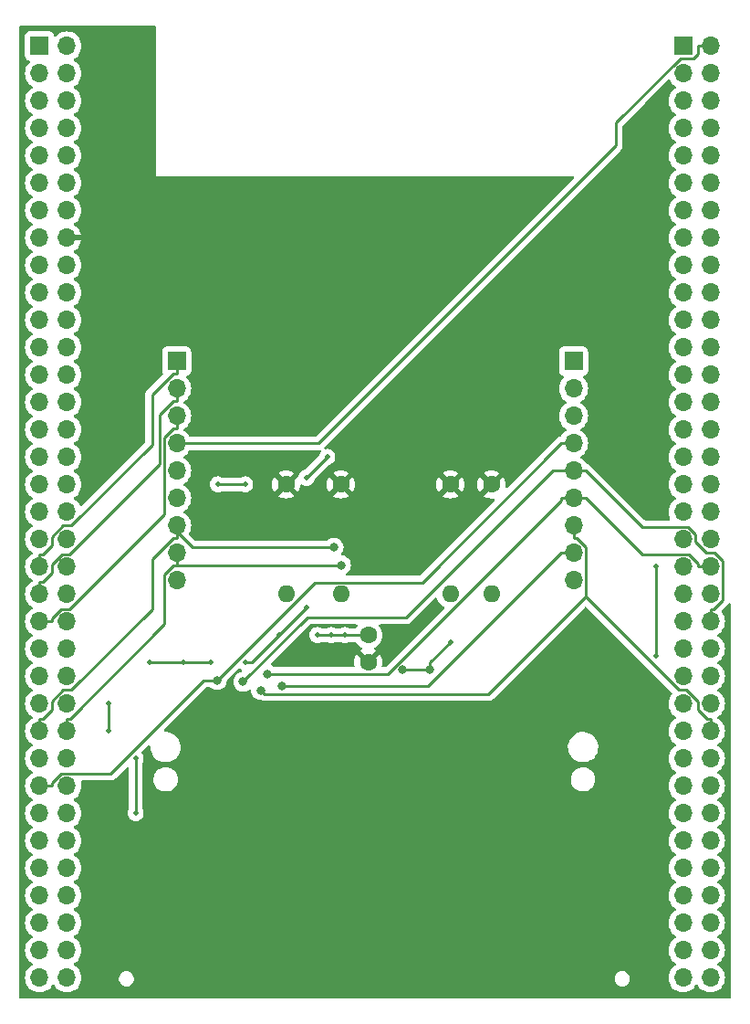
<source format=gbr>
G04 #@! TF.GenerationSoftware,KiCad,Pcbnew,7.0.1-3b83917a11~172~ubuntu22.04.1*
G04 #@! TF.CreationDate,2023-04-09T16:34:52+09:00*
G04 #@! TF.ProjectId,Akashi-14,416b6173-6869-42d3-9134-2e6b69636164,rev?*
G04 #@! TF.SameCoordinates,Original*
G04 #@! TF.FileFunction,Copper,L2,Bot*
G04 #@! TF.FilePolarity,Positive*
%FSLAX46Y46*%
G04 Gerber Fmt 4.6, Leading zero omitted, Abs format (unit mm)*
G04 Created by KiCad (PCBNEW 7.0.1-3b83917a11~172~ubuntu22.04.1) date 2023-04-09 16:34:52*
%MOMM*%
%LPD*%
G01*
G04 APERTURE LIST*
G04 #@! TA.AperFunction,ComponentPad*
%ADD10R,1.700000X1.700000*%
G04 #@! TD*
G04 #@! TA.AperFunction,ComponentPad*
%ADD11O,1.700000X1.700000*%
G04 #@! TD*
G04 #@! TA.AperFunction,ComponentPad*
%ADD12C,1.600000*%
G04 #@! TD*
G04 #@! TA.AperFunction,ComponentPad*
%ADD13O,1.600000X1.600000*%
G04 #@! TD*
G04 #@! TA.AperFunction,ViaPad*
%ADD14C,0.500000*%
G04 #@! TD*
G04 #@! TA.AperFunction,ViaPad*
%ADD15C,0.800000*%
G04 #@! TD*
G04 #@! TA.AperFunction,Conductor*
%ADD16C,0.250000*%
G04 #@! TD*
G04 APERTURE END LIST*
D10*
X113030000Y-95250000D03*
D11*
X113030000Y-97790000D03*
X113030000Y-100330000D03*
X113030000Y-102870000D03*
X113030000Y-105410000D03*
X113030000Y-107950000D03*
X113030000Y-110490000D03*
X113030000Y-113030000D03*
X113030000Y-115570000D03*
D12*
X138430000Y-106680000D03*
D13*
X138430000Y-116840000D03*
D12*
X142240000Y-106680000D03*
D13*
X142240000Y-116840000D03*
D12*
X130810000Y-123150000D03*
X130810000Y-120650000D03*
X123190000Y-106680000D03*
D13*
X123190000Y-116840000D03*
D12*
X128270000Y-106680000D03*
D13*
X128270000Y-116840000D03*
D10*
X149860000Y-95250000D03*
D11*
X149860000Y-97790000D03*
X149860000Y-100330000D03*
X149860000Y-102870000D03*
X149860000Y-105410000D03*
X149860000Y-107950000D03*
X149860000Y-110490000D03*
X149860000Y-113030000D03*
X149860000Y-115570000D03*
D10*
X160020000Y-66040000D03*
D11*
X162560000Y-66040000D03*
X160020000Y-68580000D03*
X162560000Y-68580000D03*
X160020000Y-71120000D03*
X162560000Y-71120000D03*
X160020000Y-73660000D03*
X162560000Y-73660000D03*
X160020000Y-76200000D03*
X162560000Y-76200000D03*
X160020000Y-78740000D03*
X162560000Y-78740000D03*
X160020000Y-81280000D03*
X162560000Y-81280000D03*
X160020000Y-83820000D03*
X162560000Y-83820000D03*
X160020000Y-86360000D03*
X162560000Y-86360000D03*
X160020000Y-88900000D03*
X162560000Y-88900000D03*
X160020000Y-91440000D03*
X162560000Y-91440000D03*
X160020000Y-93980000D03*
X162560000Y-93980000D03*
X160020000Y-96520000D03*
X162560000Y-96520000D03*
X160020000Y-99060000D03*
X162560000Y-99060000D03*
X160020000Y-101600000D03*
X162560000Y-101600000D03*
X160020000Y-104140000D03*
X162560000Y-104140000D03*
X160020000Y-106680000D03*
X162560000Y-106680000D03*
X160020000Y-109220000D03*
X162560000Y-109220000D03*
X160020000Y-111760000D03*
X162560000Y-111760000D03*
X160020000Y-114300000D03*
X162560000Y-114300000D03*
X160020000Y-116840000D03*
X162560000Y-116840000D03*
X160020000Y-119380000D03*
X162560000Y-119380000D03*
X160020000Y-121920000D03*
X162560000Y-121920000D03*
X160020000Y-124460000D03*
X162560000Y-124460000D03*
X160020000Y-127000000D03*
X162560000Y-127000000D03*
X160020000Y-129540000D03*
X162560000Y-129540000D03*
X160020000Y-132080000D03*
X162560000Y-132080000D03*
X160020000Y-134620000D03*
X162560000Y-134620000D03*
X160020000Y-137160000D03*
X162560000Y-137160000D03*
X160020000Y-139700000D03*
X162560000Y-139700000D03*
X160020000Y-142240000D03*
X162560000Y-142240000D03*
X160020000Y-144780000D03*
X162560000Y-144780000D03*
X160020000Y-147320000D03*
X162560000Y-147320000D03*
X160020000Y-149860000D03*
X162560000Y-149860000D03*
X160020000Y-152400000D03*
X162560000Y-152400000D03*
D10*
X100310000Y-66040000D03*
D11*
X102850000Y-66040000D03*
X100310000Y-68580000D03*
X102850000Y-68580000D03*
X100310000Y-71120000D03*
X102850000Y-71120000D03*
X100310000Y-73660000D03*
X102850000Y-73660000D03*
X100310000Y-76200000D03*
X102850000Y-76200000D03*
X100310000Y-78740000D03*
X102850000Y-78740000D03*
X100310000Y-81280000D03*
X102850000Y-81280000D03*
X100310000Y-83820000D03*
X102850000Y-83820000D03*
X100310000Y-86360000D03*
X102850000Y-86360000D03*
X100310000Y-88900000D03*
X102850000Y-88900000D03*
X100310000Y-91440000D03*
X102850000Y-91440000D03*
X100310000Y-93980000D03*
X102850000Y-93980000D03*
X100310000Y-96520000D03*
X102850000Y-96520000D03*
X100310000Y-99060000D03*
X102850000Y-99060000D03*
X100310000Y-101600000D03*
X102850000Y-101600000D03*
X100310000Y-104140000D03*
X102850000Y-104140000D03*
X100310000Y-106680000D03*
X102850000Y-106680000D03*
X100310000Y-109220000D03*
X102850000Y-109220000D03*
X100310000Y-111760000D03*
X102850000Y-111760000D03*
X100310000Y-114300000D03*
X102850000Y-114300000D03*
X100310000Y-116840000D03*
X102850000Y-116840000D03*
X100310000Y-119380000D03*
X102850000Y-119380000D03*
X100310000Y-121920000D03*
X102850000Y-121920000D03*
X100310000Y-124460000D03*
X102850000Y-124460000D03*
X100310000Y-127000000D03*
X102850000Y-127000000D03*
X100310000Y-129540000D03*
X102850000Y-129540000D03*
X100310000Y-132080000D03*
X102850000Y-132080000D03*
X100310000Y-134620000D03*
X102850000Y-134620000D03*
X100310000Y-137160000D03*
X102850000Y-137160000D03*
X100310000Y-139700000D03*
X102850000Y-139700000D03*
X100310000Y-142240000D03*
X102850000Y-142240000D03*
X100310000Y-144780000D03*
X102850000Y-144780000D03*
X100310000Y-147320000D03*
X102850000Y-147320000D03*
X100310000Y-149860000D03*
X102850000Y-149860000D03*
X100310000Y-152400000D03*
X102850000Y-152400000D03*
D14*
X106680000Y-127000000D03*
X127361200Y-120650000D03*
X126091200Y-120650000D03*
X157480000Y-122555000D03*
D15*
X136525000Y-123825000D03*
D14*
X113665000Y-123190000D03*
X109220000Y-137160000D03*
X138430000Y-121285000D03*
X119380000Y-123190000D03*
X128631200Y-120650000D03*
X122555000Y-120650000D03*
X116205000Y-123190000D03*
X110490000Y-123190000D03*
D15*
X134007341Y-123847341D03*
D14*
X116840000Y-106680000D03*
X157480000Y-114300000D03*
X109220000Y-132080000D03*
X125095000Y-106045000D03*
X106680000Y-129540000D03*
X127000000Y-104140000D03*
X125095000Y-118110000D03*
X119380000Y-106680000D03*
D15*
X127613900Y-112509400D03*
X128300500Y-114149000D03*
X116786200Y-124841100D03*
X121440400Y-124241500D03*
X119189500Y-124977800D03*
X122768200Y-125404100D03*
X120849400Y-125752100D03*
D14*
X151130000Y-79375000D03*
X147955000Y-79375000D03*
X136525000Y-118745000D03*
X132080000Y-114300000D03*
D16*
X134029682Y-123825000D02*
X134007341Y-123847341D01*
X120015000Y-123190000D02*
X119380000Y-123190000D01*
X109220000Y-132080000D02*
X109220000Y-137160000D01*
X113665000Y-123190000D02*
X110490000Y-123190000D01*
X122555000Y-120650000D02*
X125095000Y-118110000D01*
X116205000Y-123190000D02*
X113665000Y-123190000D01*
X120015000Y-123190000D02*
X122555000Y-120650000D01*
X127000000Y-104140000D02*
X125095000Y-106045000D01*
X136525000Y-123190000D02*
X138430000Y-121285000D01*
X136525000Y-123825000D02*
X134029682Y-123825000D01*
X157480000Y-114300000D02*
X157480000Y-122555000D01*
X136525000Y-123825000D02*
X136525000Y-123190000D01*
X116840000Y-106680000D02*
X119380000Y-106680000D01*
X106680000Y-127000000D02*
X106680000Y-129540000D01*
X126091200Y-120650000D02*
X130810000Y-120650000D01*
X103250800Y-125730000D02*
X110751400Y-118229400D01*
X112748100Y-111617500D02*
X113030000Y-111617500D01*
X101437500Y-127567000D02*
X101437500Y-126816600D01*
X113030000Y-111053700D02*
X113030000Y-111617500D01*
X113030000Y-110490000D02*
X113030000Y-111053700D01*
X110751400Y-118229400D02*
X110751400Y-113614200D01*
X102524100Y-125730000D02*
X103250800Y-125730000D01*
X114485700Y-112509400D02*
X127613900Y-112509400D01*
X110751400Y-113614200D02*
X112748100Y-111617500D01*
X101437500Y-126816600D02*
X102524100Y-125730000D01*
X100310000Y-128412500D02*
X100592000Y-128412500D01*
X100592000Y-128412500D02*
X101437500Y-127567000D01*
X100310000Y-129540000D02*
X100310000Y-128412500D01*
X113030000Y-111053700D02*
X114485700Y-112509400D01*
X111902500Y-119641900D02*
X111902500Y-115003000D01*
X102850000Y-129540000D02*
X102850000Y-128412500D01*
X111902500Y-115003000D02*
X112748000Y-114157500D01*
X102850000Y-128412500D02*
X103131900Y-128412500D01*
X113030000Y-113030000D02*
X113030000Y-114157500D01*
X113038500Y-114149000D02*
X113030000Y-114157500D01*
X103131900Y-128412500D02*
X111902500Y-119641900D01*
X112748000Y-114157500D02*
X113030000Y-114157500D01*
X128300500Y-114149000D02*
X113038500Y-114149000D01*
X135840100Y-115762400D02*
X148732500Y-102870000D01*
X115551600Y-124841100D02*
X116786200Y-124841100D01*
X116786200Y-124841100D02*
X125864900Y-115762400D01*
X101437500Y-134620000D02*
X101437500Y-134338000D01*
X149860000Y-102870000D02*
X148732500Y-102870000D01*
X125864900Y-115762400D02*
X135840100Y-115762400D01*
X101437500Y-134338000D02*
X102283000Y-133492500D01*
X106900200Y-133492500D02*
X115551600Y-124841100D01*
X102283000Y-133492500D02*
X106900200Y-133492500D01*
X100310000Y-134620000D02*
X101437500Y-134620000D01*
X100310000Y-114300000D02*
X100310000Y-113172500D01*
X113030000Y-95250000D02*
X113030000Y-96377500D01*
X102524100Y-110490000D02*
X103250100Y-110490000D01*
X101437500Y-112327000D02*
X101437500Y-111576600D01*
X100592000Y-113172500D02*
X101437500Y-112327000D01*
X100310000Y-113172500D02*
X100592000Y-113172500D01*
X101437500Y-111576600D02*
X102524100Y-110490000D01*
X110751400Y-102988700D02*
X110751400Y-98374200D01*
X110751400Y-98374200D02*
X112748100Y-96377500D01*
X103250100Y-110490000D02*
X110751400Y-102988700D01*
X112748100Y-96377500D02*
X113030000Y-96377500D01*
X103102600Y-113172400D02*
X102382600Y-113172400D01*
X111469400Y-104805600D02*
X103102600Y-113172400D01*
X100310000Y-116840000D02*
X100310000Y-115712500D01*
X101437500Y-114867000D02*
X100592000Y-115712500D01*
X112748100Y-98917500D02*
X111469400Y-100196200D01*
X100592000Y-115712500D02*
X100310000Y-115712500D01*
X111469400Y-100196200D02*
X111469400Y-104805600D01*
X113030000Y-98917500D02*
X112748100Y-98917500D01*
X113030000Y-97790000D02*
X113030000Y-98917500D01*
X101437500Y-114117500D02*
X101437500Y-114867000D01*
X102382600Y-113172400D02*
X101437500Y-114117500D01*
X100310000Y-119380000D02*
X101437500Y-119380000D01*
X103072400Y-118252500D02*
X111902500Y-109422400D01*
X101437500Y-119098000D02*
X102283000Y-118252500D01*
X102283000Y-118252500D02*
X103072400Y-118252500D01*
X111902500Y-102303000D02*
X112748000Y-101457500D01*
X101437500Y-119380000D02*
X101437500Y-119098000D01*
X112748000Y-101457500D02*
X113030000Y-101457500D01*
X113030000Y-100330000D02*
X113030000Y-101457500D01*
X111902500Y-109422400D02*
X111902500Y-102303000D01*
X150423800Y-107950000D02*
X150987500Y-107950000D01*
X162560000Y-114300000D02*
X161432500Y-114300000D01*
X161432500Y-114300000D02*
X161432500Y-114018000D01*
X148732500Y-107950000D02*
X148732500Y-108164900D01*
X156210000Y-113172500D02*
X150987500Y-107950000D01*
X148732500Y-108164900D02*
X132655900Y-124241500D01*
X149860000Y-107950000D02*
X148732500Y-107950000D01*
X160587000Y-113172500D02*
X156210000Y-113172500D01*
X161432500Y-114018000D02*
X160587000Y-113172500D01*
X132655900Y-124241500D02*
X121440400Y-124241500D01*
X150423800Y-107950000D02*
X149860000Y-107950000D01*
X161147600Y-111292600D02*
X161147600Y-111980000D01*
X161147600Y-111980000D02*
X162197600Y-113030000D01*
X150423800Y-105410000D02*
X149860000Y-105410000D01*
X134313900Y-119008000D02*
X125159300Y-119008000D01*
X162560000Y-119380000D02*
X162560000Y-118252500D01*
X162842000Y-118252500D02*
X162560000Y-118252500D01*
X150987500Y-105410000D02*
X156209900Y-110632400D01*
X147911900Y-105410000D02*
X134313900Y-119008000D01*
X160487400Y-110632400D02*
X161147600Y-111292600D01*
X150423800Y-105410000D02*
X150987500Y-105410000D01*
X162197600Y-113030000D02*
X162942700Y-113030000D01*
X163687500Y-117407000D02*
X162842000Y-118252500D01*
X125159300Y-119008000D02*
X119189500Y-124977800D01*
X163687500Y-113774800D02*
X163687500Y-117407000D01*
X162942700Y-113030000D02*
X163687500Y-113774800D01*
X156209900Y-110632400D02*
X160487400Y-110632400D01*
X149860000Y-105410000D02*
X147911900Y-105410000D01*
X148732500Y-113030000D02*
X136358400Y-125404100D01*
X149860000Y-113030000D02*
X148732500Y-113030000D01*
X136358400Y-125404100D02*
X122768200Y-125404100D01*
X161009700Y-67167500D02*
X159765600Y-67167500D01*
X159765600Y-67167500D02*
X153797700Y-73135400D01*
X126198300Y-102870000D02*
X113030000Y-102870000D01*
X153797700Y-75270600D02*
X126198300Y-102870000D01*
X161432500Y-66744700D02*
X161009700Y-67167500D01*
X153797700Y-73135400D02*
X153797700Y-75270600D01*
X162560000Y-66040000D02*
X161432500Y-66040000D01*
X161432500Y-66040000D02*
X161432500Y-66744700D01*
X161432500Y-126816600D02*
X160345900Y-125730000D01*
X141974300Y-126111500D02*
X121208800Y-126111500D01*
X149860000Y-110490000D02*
X149860000Y-111617500D01*
X162560000Y-128412500D02*
X162278000Y-128412500D01*
X150987500Y-117098300D02*
X150987500Y-112463000D01*
X159619200Y-125730000D02*
X150987500Y-117098300D01*
X121208800Y-126111500D02*
X120849400Y-125752100D01*
X162278000Y-128412500D02*
X161432500Y-127567000D01*
X150987500Y-112463000D02*
X150142000Y-111617500D01*
X162560000Y-129540000D02*
X162560000Y-128412500D01*
X161432500Y-127567000D02*
X161432500Y-126816600D01*
X160345900Y-125730000D02*
X159619200Y-125730000D01*
X150142000Y-111617500D02*
X149860000Y-111617500D01*
X150987500Y-117098300D02*
X141974300Y-126111500D01*
G04 #@! TA.AperFunction,Conductor*
G36*
X111063000Y-64151613D02*
G01*
X111108387Y-64197000D01*
X111125000Y-64259000D01*
X111125000Y-78105000D01*
X149779348Y-78105000D01*
X149835643Y-78118515D01*
X149879666Y-78156115D01*
X149901821Y-78209602D01*
X149897279Y-78267318D01*
X149867029Y-78316680D01*
X137917744Y-90265965D01*
X125975528Y-102208181D01*
X125935300Y-102235061D01*
X125887847Y-102244500D01*
X114305226Y-102244500D01*
X114247969Y-102230489D01*
X114203651Y-102191623D01*
X114068494Y-101998598D01*
X113901404Y-101831508D01*
X113901401Y-101831505D01*
X113715839Y-101701573D01*
X113676974Y-101657255D01*
X113662964Y-101599999D01*
X113676975Y-101542742D01*
X113715837Y-101498428D01*
X113901401Y-101368495D01*
X114068495Y-101201401D01*
X114204035Y-101007830D01*
X114303903Y-100793663D01*
X114365063Y-100565408D01*
X114385659Y-100330000D01*
X114380649Y-100272742D01*
X114365063Y-100094592D01*
X114321337Y-99931404D01*
X114303903Y-99866337D01*
X114204035Y-99652171D01*
X114068495Y-99458599D01*
X113901401Y-99291505D01*
X113715839Y-99161573D01*
X113676975Y-99117257D01*
X113662964Y-99060000D01*
X113676975Y-99002743D01*
X113715839Y-98958426D01*
X113901401Y-98828495D01*
X114068495Y-98661401D01*
X114204035Y-98467830D01*
X114303903Y-98253663D01*
X114365063Y-98025408D01*
X114385659Y-97790000D01*
X114365063Y-97554592D01*
X114303903Y-97326337D01*
X114204035Y-97112171D01*
X114068495Y-96918599D01*
X113946569Y-96796673D01*
X113915273Y-96743927D01*
X113913084Y-96682634D01*
X113940537Y-96627789D01*
X113990916Y-96592810D01*
X114122331Y-96543796D01*
X114237546Y-96457546D01*
X114323796Y-96342331D01*
X114374091Y-96207483D01*
X114380500Y-96147873D01*
X114380499Y-94352128D01*
X114374091Y-94292517D01*
X114323796Y-94157669D01*
X114237546Y-94042454D01*
X114122331Y-93956204D01*
X113987483Y-93905909D01*
X113927873Y-93899500D01*
X113927869Y-93899500D01*
X112132130Y-93899500D01*
X112072515Y-93905909D01*
X111937669Y-93956204D01*
X111822454Y-94042454D01*
X111736204Y-94157668D01*
X111685909Y-94292516D01*
X111679500Y-94352130D01*
X111679500Y-96147869D01*
X111685909Y-96207483D01*
X111736204Y-96342331D01*
X111741370Y-96349233D01*
X111764386Y-96402979D01*
X111760215Y-96461298D01*
X111729784Y-96511223D01*
X110367608Y-97873399D01*
X110351510Y-97886296D01*
X110303496Y-97937425D01*
X110300791Y-97940217D01*
X110281274Y-97959734D01*
X110278815Y-97962905D01*
X110271242Y-97971772D01*
X110241335Y-98003620D01*
X110231685Y-98021174D01*
X110221009Y-98037428D01*
X110208726Y-98053263D01*
X110191375Y-98093358D01*
X110186238Y-98103844D01*
X110165202Y-98142107D01*
X110160221Y-98161509D01*
X110153920Y-98179911D01*
X110145961Y-98198302D01*
X110139128Y-98241442D01*
X110136760Y-98252874D01*
X110125900Y-98295178D01*
X110125900Y-98315216D01*
X110124373Y-98334613D01*
X110121240Y-98354396D01*
X110123108Y-98374159D01*
X110125350Y-98397875D01*
X110125900Y-98409544D01*
X110125900Y-102678247D01*
X110116461Y-102725700D01*
X110089581Y-102765928D01*
X104241259Y-108614248D01*
X104190866Y-108644828D01*
X104132046Y-108648683D01*
X104078092Y-108624943D01*
X104041196Y-108578973D01*
X104024035Y-108542171D01*
X103888495Y-108348599D01*
X103721401Y-108181505D01*
X103535839Y-108051573D01*
X103496975Y-108007257D01*
X103482964Y-107950000D01*
X103496975Y-107892743D01*
X103535839Y-107848426D01*
X103721401Y-107718495D01*
X103888495Y-107551401D01*
X104024035Y-107357830D01*
X104123903Y-107143663D01*
X104185063Y-106915408D01*
X104205659Y-106680000D01*
X104185063Y-106444592D01*
X104123903Y-106216337D01*
X104024035Y-106002171D01*
X103888495Y-105808599D01*
X103721401Y-105641505D01*
X103535839Y-105511573D01*
X103496975Y-105467257D01*
X103482964Y-105410000D01*
X103496975Y-105352743D01*
X103535839Y-105308426D01*
X103721401Y-105178495D01*
X103888495Y-105011401D01*
X104024035Y-104817830D01*
X104123903Y-104603663D01*
X104185063Y-104375408D01*
X104205659Y-104140000D01*
X104185063Y-103904592D01*
X104123903Y-103676337D01*
X104024035Y-103462171D01*
X103888495Y-103268599D01*
X103721401Y-103101505D01*
X103535839Y-102971573D01*
X103496974Y-102927255D01*
X103482964Y-102869999D01*
X103496975Y-102812742D01*
X103535837Y-102768428D01*
X103721401Y-102638495D01*
X103888495Y-102471401D01*
X104024035Y-102277830D01*
X104123903Y-102063663D01*
X104185063Y-101835408D01*
X104205659Y-101600000D01*
X104200649Y-101542742D01*
X104185063Y-101364592D01*
X104141337Y-101201404D01*
X104123903Y-101136337D01*
X104024035Y-100922171D01*
X103888495Y-100728599D01*
X103721401Y-100561505D01*
X103535839Y-100431573D01*
X103496975Y-100387257D01*
X103482964Y-100330000D01*
X103496975Y-100272743D01*
X103535839Y-100228426D01*
X103721401Y-100098495D01*
X103888495Y-99931401D01*
X104024035Y-99737830D01*
X104123903Y-99523663D01*
X104185063Y-99295408D01*
X104205659Y-99060000D01*
X104200649Y-99002742D01*
X104185063Y-98824592D01*
X104181239Y-98810319D01*
X104123903Y-98596337D01*
X104024035Y-98382171D01*
X103888495Y-98188599D01*
X103721401Y-98021505D01*
X103535839Y-97891573D01*
X103496976Y-97847257D01*
X103482965Y-97790000D01*
X103496976Y-97732743D01*
X103535839Y-97688426D01*
X103721401Y-97558495D01*
X103888495Y-97391401D01*
X104024035Y-97197830D01*
X104123903Y-96983663D01*
X104185063Y-96755408D01*
X104205659Y-96520000D01*
X104185063Y-96284592D01*
X104123903Y-96056337D01*
X104024035Y-95842171D01*
X103888495Y-95648599D01*
X103721401Y-95481505D01*
X103535839Y-95351573D01*
X103496975Y-95307257D01*
X103482964Y-95250000D01*
X103496975Y-95192743D01*
X103535839Y-95148426D01*
X103721401Y-95018495D01*
X103888495Y-94851401D01*
X104024035Y-94657830D01*
X104123903Y-94443663D01*
X104185063Y-94215408D01*
X104205659Y-93980000D01*
X104185063Y-93744592D01*
X104123903Y-93516337D01*
X104024035Y-93302171D01*
X103888495Y-93108599D01*
X103721401Y-92941505D01*
X103535839Y-92811573D01*
X103496974Y-92767255D01*
X103482964Y-92709999D01*
X103496975Y-92652742D01*
X103535837Y-92608428D01*
X103721401Y-92478495D01*
X103888495Y-92311401D01*
X104024035Y-92117830D01*
X104123903Y-91903663D01*
X104185063Y-91675408D01*
X104205659Y-91440000D01*
X104185063Y-91204592D01*
X104123903Y-90976337D01*
X104024035Y-90762171D01*
X103888495Y-90568599D01*
X103721401Y-90401505D01*
X103535839Y-90271573D01*
X103496975Y-90227257D01*
X103482964Y-90170000D01*
X103496975Y-90112743D01*
X103535839Y-90068426D01*
X103721401Y-89938495D01*
X103888495Y-89771401D01*
X104024035Y-89577830D01*
X104123903Y-89363663D01*
X104185063Y-89135408D01*
X104205659Y-88900000D01*
X104185063Y-88664592D01*
X104123903Y-88436337D01*
X104024035Y-88222171D01*
X103888495Y-88028599D01*
X103721401Y-87861505D01*
X103535839Y-87731573D01*
X103496975Y-87687257D01*
X103482964Y-87630000D01*
X103496975Y-87572743D01*
X103535839Y-87528426D01*
X103721401Y-87398495D01*
X103888495Y-87231401D01*
X104024035Y-87037830D01*
X104123903Y-86823663D01*
X104185063Y-86595408D01*
X104205659Y-86360000D01*
X104185063Y-86124592D01*
X104123903Y-85896337D01*
X104024035Y-85682171D01*
X103888495Y-85488599D01*
X103721401Y-85321505D01*
X103535402Y-85191267D01*
X103496539Y-85146951D01*
X103482528Y-85089694D01*
X103496539Y-85032437D01*
X103535405Y-84988119D01*
X103721078Y-84858109D01*
X103888106Y-84691081D01*
X104023600Y-84497576D01*
X104123430Y-84283492D01*
X104180636Y-84070000D01*
X102724000Y-84070000D01*
X102662000Y-84053387D01*
X102616613Y-84008000D01*
X102600000Y-83946000D01*
X102600000Y-83694000D01*
X102616613Y-83632000D01*
X102662000Y-83586613D01*
X102724000Y-83570000D01*
X104180636Y-83570000D01*
X104180635Y-83569999D01*
X104123430Y-83356507D01*
X104023599Y-83142421D01*
X103888109Y-82948921D01*
X103721081Y-82781893D01*
X103535404Y-82651880D01*
X103496539Y-82607562D01*
X103482528Y-82550305D01*
X103496539Y-82493048D01*
X103535402Y-82448732D01*
X103721401Y-82318495D01*
X103888495Y-82151401D01*
X104024035Y-81957830D01*
X104123903Y-81743663D01*
X104185063Y-81515408D01*
X104205659Y-81280000D01*
X104185063Y-81044592D01*
X104123903Y-80816337D01*
X104024035Y-80602171D01*
X103888495Y-80408599D01*
X103721401Y-80241505D01*
X103535839Y-80111573D01*
X103496976Y-80067257D01*
X103482965Y-80010000D01*
X103496976Y-79952743D01*
X103535839Y-79908426D01*
X103721401Y-79778495D01*
X103888495Y-79611401D01*
X104024035Y-79417830D01*
X104123903Y-79203663D01*
X104185063Y-78975408D01*
X104205659Y-78740000D01*
X104185063Y-78504592D01*
X104123903Y-78276337D01*
X104024035Y-78062171D01*
X103888495Y-77868599D01*
X103721401Y-77701505D01*
X103535839Y-77571573D01*
X103496975Y-77527257D01*
X103482964Y-77470000D01*
X103496975Y-77412743D01*
X103535839Y-77368426D01*
X103721401Y-77238495D01*
X103888495Y-77071401D01*
X104024035Y-76877830D01*
X104123903Y-76663663D01*
X104185063Y-76435408D01*
X104205659Y-76200000D01*
X104185063Y-75964592D01*
X104123903Y-75736337D01*
X104024035Y-75522171D01*
X103888495Y-75328599D01*
X103721401Y-75161505D01*
X103535839Y-75031573D01*
X103496975Y-74987257D01*
X103482964Y-74930000D01*
X103496975Y-74872743D01*
X103535839Y-74828426D01*
X103721401Y-74698495D01*
X103888495Y-74531401D01*
X104024035Y-74337830D01*
X104123903Y-74123663D01*
X104185063Y-73895408D01*
X104205659Y-73660000D01*
X104185063Y-73424592D01*
X104123903Y-73196337D01*
X104024035Y-72982171D01*
X103888495Y-72788599D01*
X103721401Y-72621505D01*
X103535839Y-72491573D01*
X103496976Y-72447257D01*
X103482965Y-72390000D01*
X103496976Y-72332743D01*
X103535839Y-72288426D01*
X103721401Y-72158495D01*
X103888495Y-71991401D01*
X104024035Y-71797830D01*
X104123903Y-71583663D01*
X104185063Y-71355408D01*
X104205659Y-71120000D01*
X104185063Y-70884592D01*
X104123903Y-70656337D01*
X104024035Y-70442171D01*
X103888495Y-70248599D01*
X103721401Y-70081505D01*
X103535839Y-69951573D01*
X103496975Y-69907257D01*
X103482964Y-69850000D01*
X103496975Y-69792743D01*
X103535839Y-69748426D01*
X103721401Y-69618495D01*
X103888495Y-69451401D01*
X104024035Y-69257830D01*
X104123903Y-69043663D01*
X104185063Y-68815408D01*
X104205659Y-68580000D01*
X104185063Y-68344592D01*
X104123903Y-68116337D01*
X104024035Y-67902171D01*
X103888495Y-67708599D01*
X103721401Y-67541505D01*
X103535839Y-67411573D01*
X103496975Y-67367257D01*
X103482964Y-67310000D01*
X103496975Y-67252743D01*
X103535839Y-67208426D01*
X103721401Y-67078495D01*
X103888495Y-66911401D01*
X104024035Y-66717830D01*
X104123903Y-66503663D01*
X104185063Y-66275408D01*
X104205659Y-66040000D01*
X104185063Y-65804592D01*
X104123903Y-65576337D01*
X104024035Y-65362171D01*
X103888495Y-65168599D01*
X103721401Y-65001505D01*
X103527830Y-64865965D01*
X103313663Y-64766097D01*
X103252502Y-64749709D01*
X103085407Y-64704936D01*
X102850000Y-64684340D01*
X102614592Y-64704936D01*
X102386336Y-64766097D01*
X102172170Y-64865965D01*
X101978601Y-65001503D01*
X101856673Y-65123431D01*
X101803926Y-65154726D01*
X101742634Y-65156915D01*
X101687789Y-65129462D01*
X101652810Y-65079082D01*
X101645658Y-65059907D01*
X101603796Y-64947669D01*
X101517546Y-64832454D01*
X101402331Y-64746204D01*
X101267483Y-64695909D01*
X101207873Y-64689500D01*
X101207869Y-64689500D01*
X99412130Y-64689500D01*
X99352515Y-64695909D01*
X99217669Y-64746204D01*
X99102454Y-64832454D01*
X99016204Y-64947668D01*
X98965909Y-65082516D01*
X98959500Y-65142130D01*
X98959500Y-66937869D01*
X98965909Y-66997484D01*
X98991056Y-67064906D01*
X99016204Y-67132331D01*
X99102454Y-67247546D01*
X99217669Y-67333796D01*
X99307383Y-67367257D01*
X99349082Y-67382810D01*
X99399462Y-67417789D01*
X99426915Y-67472634D01*
X99424726Y-67533926D01*
X99393431Y-67586673D01*
X99271503Y-67708601D01*
X99135965Y-67902170D01*
X99036097Y-68116336D01*
X98974936Y-68344592D01*
X98954340Y-68579999D01*
X98974936Y-68815407D01*
X99019709Y-68982502D01*
X99036097Y-69043663D01*
X99135965Y-69257830D01*
X99271505Y-69451401D01*
X99438599Y-69618495D01*
X99624160Y-69748426D01*
X99663024Y-69792743D01*
X99677035Y-69850000D01*
X99663024Y-69907257D01*
X99624159Y-69951575D01*
X99438595Y-70081508D01*
X99271505Y-70248598D01*
X99135965Y-70442170D01*
X99036097Y-70656336D01*
X98974936Y-70884592D01*
X98954340Y-71119999D01*
X98974936Y-71355407D01*
X99019709Y-71522502D01*
X99036097Y-71583663D01*
X99135965Y-71797830D01*
X99271505Y-71991401D01*
X99438599Y-72158495D01*
X99624160Y-72288426D01*
X99663024Y-72332743D01*
X99677035Y-72390000D01*
X99663024Y-72447257D01*
X99624159Y-72491575D01*
X99438595Y-72621508D01*
X99271505Y-72788598D01*
X99135965Y-72982170D01*
X99036097Y-73196336D01*
X98974936Y-73424592D01*
X98954340Y-73660000D01*
X98974936Y-73895407D01*
X99019709Y-74062501D01*
X99036097Y-74123663D01*
X99135965Y-74337830D01*
X99271505Y-74531401D01*
X99438599Y-74698495D01*
X99624160Y-74828426D01*
X99663024Y-74872743D01*
X99677035Y-74930000D01*
X99663024Y-74987257D01*
X99624159Y-75031575D01*
X99438595Y-75161508D01*
X99271505Y-75328598D01*
X99135965Y-75522170D01*
X99036097Y-75736336D01*
X98974936Y-75964592D01*
X98954340Y-76199999D01*
X98974936Y-76435407D01*
X99019709Y-76602502D01*
X99036097Y-76663663D01*
X99135965Y-76877830D01*
X99271505Y-77071401D01*
X99438599Y-77238495D01*
X99624160Y-77368426D01*
X99663024Y-77412743D01*
X99677035Y-77470000D01*
X99663024Y-77527257D01*
X99624159Y-77571575D01*
X99438595Y-77701508D01*
X99271505Y-77868598D01*
X99135965Y-78062170D01*
X99036097Y-78276336D01*
X98974936Y-78504592D01*
X98954340Y-78740000D01*
X98974936Y-78975407D01*
X99019709Y-79142501D01*
X99036097Y-79203663D01*
X99135965Y-79417830D01*
X99271505Y-79611401D01*
X99438599Y-79778495D01*
X99624160Y-79908426D01*
X99663024Y-79952743D01*
X99677035Y-80010000D01*
X99663024Y-80067257D01*
X99624159Y-80111575D01*
X99438595Y-80241508D01*
X99271505Y-80408598D01*
X99135965Y-80602170D01*
X99036097Y-80816336D01*
X98974936Y-81044592D01*
X98954340Y-81279999D01*
X98974936Y-81515407D01*
X99019709Y-81682502D01*
X99036097Y-81743663D01*
X99135965Y-81957830D01*
X99271505Y-82151401D01*
X99438599Y-82318495D01*
X99624160Y-82448426D01*
X99663024Y-82492743D01*
X99677035Y-82550000D01*
X99663024Y-82607257D01*
X99624159Y-82651575D01*
X99438595Y-82781508D01*
X99271505Y-82948598D01*
X99135965Y-83142170D01*
X99036097Y-83356336D01*
X98974936Y-83584592D01*
X98954340Y-83820000D01*
X98974936Y-84055407D01*
X99019709Y-84222501D01*
X99036097Y-84283663D01*
X99135965Y-84497830D01*
X99271505Y-84691401D01*
X99438599Y-84858495D01*
X99624160Y-84988426D01*
X99663024Y-85032743D01*
X99677035Y-85090000D01*
X99663024Y-85147257D01*
X99624159Y-85191575D01*
X99438595Y-85321508D01*
X99271505Y-85488598D01*
X99135965Y-85682170D01*
X99036097Y-85896336D01*
X98974936Y-86124592D01*
X98954340Y-86360000D01*
X98974936Y-86595407D01*
X99019709Y-86762502D01*
X99036097Y-86823663D01*
X99135965Y-87037830D01*
X99271505Y-87231401D01*
X99438599Y-87398495D01*
X99624160Y-87528426D01*
X99663024Y-87572743D01*
X99677035Y-87630000D01*
X99663024Y-87687257D01*
X99624159Y-87731575D01*
X99438595Y-87861508D01*
X99271505Y-88028598D01*
X99135965Y-88222170D01*
X99036097Y-88436336D01*
X98974936Y-88664592D01*
X98954340Y-88899999D01*
X98974936Y-89135407D01*
X99019709Y-89302501D01*
X99036097Y-89363663D01*
X99135965Y-89577830D01*
X99271505Y-89771401D01*
X99438599Y-89938495D01*
X99624160Y-90068426D01*
X99663024Y-90112743D01*
X99677035Y-90170000D01*
X99663024Y-90227257D01*
X99624159Y-90271575D01*
X99438595Y-90401508D01*
X99271505Y-90568598D01*
X99135965Y-90762170D01*
X99036097Y-90976336D01*
X98974936Y-91204592D01*
X98954340Y-91440000D01*
X98974936Y-91675407D01*
X99019709Y-91842502D01*
X99036097Y-91903663D01*
X99135965Y-92117830D01*
X99271505Y-92311401D01*
X99438599Y-92478495D01*
X99624160Y-92608426D01*
X99663024Y-92652743D01*
X99677035Y-92710000D01*
X99663024Y-92767257D01*
X99624159Y-92811575D01*
X99438595Y-92941508D01*
X99271505Y-93108598D01*
X99135965Y-93302170D01*
X99036097Y-93516336D01*
X98974936Y-93744592D01*
X98954340Y-93979999D01*
X98974936Y-94215407D01*
X99011571Y-94352130D01*
X99036097Y-94443663D01*
X99135965Y-94657830D01*
X99271505Y-94851401D01*
X99438599Y-95018495D01*
X99624160Y-95148426D01*
X99663024Y-95192743D01*
X99677035Y-95250000D01*
X99663024Y-95307257D01*
X99624159Y-95351575D01*
X99438595Y-95481508D01*
X99271505Y-95648598D01*
X99135965Y-95842170D01*
X99036097Y-96056336D01*
X98974936Y-96284592D01*
X98954340Y-96520000D01*
X98974936Y-96755407D01*
X99018663Y-96918598D01*
X99036097Y-96983663D01*
X99135965Y-97197830D01*
X99271505Y-97391401D01*
X99438599Y-97558495D01*
X99624160Y-97688426D01*
X99663024Y-97732743D01*
X99677035Y-97790000D01*
X99663024Y-97847257D01*
X99624158Y-97891575D01*
X99464145Y-98003618D01*
X99438595Y-98021508D01*
X99271505Y-98188598D01*
X99135965Y-98382170D01*
X99036097Y-98596336D01*
X98974936Y-98824592D01*
X98954340Y-99059999D01*
X98974936Y-99295407D01*
X99004063Y-99404109D01*
X99036097Y-99523663D01*
X99135965Y-99737830D01*
X99271505Y-99931401D01*
X99438599Y-100098495D01*
X99624160Y-100228426D01*
X99663024Y-100272743D01*
X99677035Y-100330000D01*
X99663024Y-100387257D01*
X99624159Y-100431575D01*
X99438595Y-100561508D01*
X99271505Y-100728598D01*
X99135965Y-100922170D01*
X99036097Y-101136336D01*
X98974936Y-101364592D01*
X98954341Y-101599999D01*
X98974936Y-101835407D01*
X99018663Y-101998598D01*
X99036097Y-102063663D01*
X99135965Y-102277830D01*
X99271505Y-102471401D01*
X99438599Y-102638495D01*
X99624160Y-102768426D01*
X99663024Y-102812743D01*
X99677035Y-102870000D01*
X99663024Y-102927257D01*
X99624159Y-102971575D01*
X99438595Y-103101508D01*
X99271505Y-103268598D01*
X99135965Y-103462170D01*
X99036097Y-103676336D01*
X98974936Y-103904592D01*
X98954340Y-104140000D01*
X98974936Y-104375407D01*
X99007021Y-104495148D01*
X99036097Y-104603663D01*
X99135965Y-104817830D01*
X99271505Y-105011401D01*
X99438599Y-105178495D01*
X99624160Y-105308426D01*
X99663024Y-105352743D01*
X99677035Y-105410000D01*
X99663024Y-105467257D01*
X99624158Y-105511575D01*
X99496487Y-105600972D01*
X99438595Y-105641508D01*
X99271505Y-105808598D01*
X99135965Y-106002170D01*
X99036097Y-106216336D01*
X98974936Y-106444592D01*
X98954340Y-106680000D01*
X98974936Y-106915407D01*
X99001178Y-107013342D01*
X99036097Y-107143663D01*
X99135965Y-107357830D01*
X99271505Y-107551401D01*
X99438599Y-107718495D01*
X99624160Y-107848426D01*
X99663024Y-107892743D01*
X99677035Y-107950000D01*
X99663024Y-108007257D01*
X99624158Y-108051575D01*
X99516184Y-108127180D01*
X99438595Y-108181508D01*
X99271505Y-108348598D01*
X99135965Y-108542170D01*
X99036097Y-108756336D01*
X98974936Y-108984592D01*
X98954340Y-109220000D01*
X98974936Y-109455407D01*
X99018663Y-109618598D01*
X99036097Y-109683663D01*
X99135965Y-109897830D01*
X99271505Y-110091401D01*
X99438599Y-110258495D01*
X99624160Y-110388426D01*
X99663024Y-110432743D01*
X99677035Y-110490000D01*
X99663024Y-110547257D01*
X99624158Y-110591575D01*
X99453631Y-110710980D01*
X99438595Y-110721508D01*
X99271505Y-110888598D01*
X99135965Y-111082170D01*
X99036097Y-111296336D01*
X98974936Y-111524592D01*
X98954340Y-111759999D01*
X98974936Y-111995407D01*
X99013979Y-112141115D01*
X99036097Y-112223663D01*
X99135965Y-112437830D01*
X99271505Y-112631401D01*
X99438599Y-112798495D01*
X99624160Y-112928426D01*
X99663024Y-112972743D01*
X99677035Y-113030000D01*
X99663024Y-113087257D01*
X99624158Y-113131575D01*
X99453541Y-113251043D01*
X99438595Y-113261508D01*
X99271505Y-113428598D01*
X99135965Y-113622170D01*
X99036097Y-113836336D01*
X98974936Y-114064592D01*
X98954340Y-114300000D01*
X98974936Y-114535407D01*
X99000930Y-114632418D01*
X99036097Y-114763663D01*
X99135965Y-114977830D01*
X99271505Y-115171401D01*
X99438599Y-115338495D01*
X99624160Y-115468426D01*
X99663024Y-115512743D01*
X99677035Y-115570000D01*
X99663024Y-115627257D01*
X99624159Y-115671575D01*
X99438595Y-115801508D01*
X99271505Y-115968598D01*
X99135965Y-116162170D01*
X99036097Y-116376336D01*
X98974936Y-116604592D01*
X98954340Y-116839999D01*
X98974936Y-117075407D01*
X99019709Y-117242502D01*
X99036097Y-117303663D01*
X99135965Y-117517830D01*
X99271505Y-117711401D01*
X99438599Y-117878495D01*
X99624160Y-118008426D01*
X99663024Y-118052743D01*
X99677035Y-118110000D01*
X99663024Y-118167257D01*
X99624160Y-118211574D01*
X99464175Y-118323597D01*
X99438595Y-118341508D01*
X99271505Y-118508598D01*
X99135965Y-118702170D01*
X99036097Y-118916336D01*
X98974936Y-119144592D01*
X98954340Y-119380000D01*
X98974936Y-119615407D01*
X99015183Y-119765609D01*
X99036097Y-119843663D01*
X99135965Y-120057830D01*
X99271505Y-120251401D01*
X99438599Y-120418495D01*
X99624160Y-120548426D01*
X99663024Y-120592743D01*
X99677035Y-120650000D01*
X99663024Y-120707257D01*
X99624160Y-120751574D01*
X99534850Y-120814110D01*
X99438595Y-120881508D01*
X99271505Y-121048598D01*
X99135965Y-121242170D01*
X99036097Y-121456336D01*
X98974936Y-121684592D01*
X98954340Y-121919999D01*
X98974936Y-122155407D01*
X99019709Y-122322501D01*
X99036097Y-122383663D01*
X99135965Y-122597830D01*
X99271505Y-122791401D01*
X99438599Y-122958495D01*
X99624160Y-123088426D01*
X99663024Y-123132743D01*
X99677035Y-123190000D01*
X99663024Y-123247257D01*
X99624158Y-123291575D01*
X99466123Y-123402233D01*
X99438595Y-123421508D01*
X99271505Y-123588598D01*
X99135965Y-123782170D01*
X99036097Y-123996336D01*
X98974936Y-124224592D01*
X98954340Y-124460000D01*
X98974936Y-124695407D01*
X99016788Y-124851600D01*
X99036097Y-124923663D01*
X99135965Y-125137830D01*
X99271505Y-125331401D01*
X99438599Y-125498495D01*
X99624160Y-125628426D01*
X99663024Y-125672743D01*
X99677035Y-125730000D01*
X99663024Y-125787257D01*
X99624159Y-125831575D01*
X99438595Y-125961508D01*
X99271505Y-126128598D01*
X99135965Y-126322170D01*
X99036097Y-126536336D01*
X98974936Y-126764592D01*
X98954340Y-126999999D01*
X98974936Y-127235407D01*
X99014994Y-127384904D01*
X99036097Y-127463663D01*
X99135965Y-127677830D01*
X99271505Y-127871401D01*
X99438599Y-128038495D01*
X99624160Y-128168426D01*
X99663024Y-128212743D01*
X99677035Y-128270000D01*
X99663024Y-128327257D01*
X99624159Y-128371575D01*
X99438595Y-128501508D01*
X99271505Y-128668598D01*
X99135965Y-128862170D01*
X99036097Y-129076336D01*
X98974936Y-129304592D01*
X98954340Y-129540000D01*
X98974936Y-129775407D01*
X99012412Y-129915270D01*
X99036097Y-130003663D01*
X99135965Y-130217830D01*
X99271505Y-130411401D01*
X99438599Y-130578495D01*
X99624160Y-130708426D01*
X99663024Y-130752743D01*
X99677035Y-130810000D01*
X99663024Y-130867257D01*
X99624159Y-130911575D01*
X99438595Y-131041508D01*
X99271505Y-131208598D01*
X99135965Y-131402170D01*
X99036097Y-131616336D01*
X98974936Y-131844592D01*
X98954340Y-132079999D01*
X98974936Y-132315407D01*
X99002828Y-132419500D01*
X99036097Y-132543663D01*
X99135965Y-132757830D01*
X99271505Y-132951401D01*
X99438599Y-133118495D01*
X99624160Y-133248426D01*
X99663024Y-133292743D01*
X99677035Y-133350000D01*
X99663024Y-133407257D01*
X99624158Y-133451575D01*
X99468388Y-133560647D01*
X99438595Y-133581508D01*
X99271505Y-133748598D01*
X99135965Y-133942170D01*
X99036097Y-134156336D01*
X98974936Y-134384592D01*
X98954340Y-134619999D01*
X98974936Y-134855407D01*
X99003695Y-134962736D01*
X99036097Y-135083663D01*
X99135965Y-135297830D01*
X99271505Y-135491401D01*
X99438599Y-135658495D01*
X99624160Y-135788426D01*
X99663024Y-135832743D01*
X99677035Y-135890000D01*
X99663024Y-135947257D01*
X99624159Y-135991575D01*
X99438595Y-136121508D01*
X99271505Y-136288598D01*
X99135965Y-136482170D01*
X99036097Y-136696336D01*
X98974936Y-136924592D01*
X98954340Y-137160000D01*
X98974936Y-137395407D01*
X99019709Y-137562501D01*
X99036097Y-137623663D01*
X99135965Y-137837830D01*
X99271505Y-138031401D01*
X99438599Y-138198495D01*
X99624160Y-138328426D01*
X99663024Y-138372743D01*
X99677035Y-138430000D01*
X99663024Y-138487257D01*
X99624159Y-138531575D01*
X99438595Y-138661508D01*
X99271505Y-138828598D01*
X99135965Y-139022170D01*
X99036097Y-139236336D01*
X98974936Y-139464592D01*
X98954340Y-139699999D01*
X98974936Y-139935407D01*
X99019709Y-140102502D01*
X99036097Y-140163663D01*
X99135965Y-140377830D01*
X99271505Y-140571401D01*
X99438599Y-140738495D01*
X99624160Y-140868426D01*
X99663024Y-140912743D01*
X99677035Y-140970000D01*
X99663024Y-141027257D01*
X99624159Y-141071575D01*
X99438595Y-141201508D01*
X99271505Y-141368598D01*
X99135965Y-141562170D01*
X99036097Y-141776336D01*
X98974936Y-142004592D01*
X98954340Y-142240000D01*
X98974936Y-142475407D01*
X99019709Y-142642501D01*
X99036097Y-142703663D01*
X99135965Y-142917830D01*
X99271505Y-143111401D01*
X99438599Y-143278495D01*
X99624160Y-143408426D01*
X99663024Y-143452743D01*
X99677035Y-143510000D01*
X99663024Y-143567257D01*
X99624159Y-143611575D01*
X99438595Y-143741508D01*
X99271505Y-143908598D01*
X99135965Y-144102170D01*
X99036097Y-144316336D01*
X98974936Y-144544592D01*
X98954340Y-144779999D01*
X98974936Y-145015407D01*
X99019709Y-145182502D01*
X99036097Y-145243663D01*
X99135965Y-145457830D01*
X99271505Y-145651401D01*
X99438599Y-145818495D01*
X99624160Y-145948426D01*
X99663024Y-145992743D01*
X99677035Y-146050000D01*
X99663024Y-146107257D01*
X99624159Y-146151575D01*
X99438595Y-146281508D01*
X99271505Y-146448598D01*
X99135965Y-146642170D01*
X99036097Y-146856336D01*
X98974936Y-147084592D01*
X98954340Y-147320000D01*
X98974936Y-147555407D01*
X99019709Y-147722501D01*
X99036097Y-147783663D01*
X99135965Y-147997830D01*
X99271505Y-148191401D01*
X99438599Y-148358495D01*
X99624160Y-148488426D01*
X99663024Y-148532743D01*
X99677035Y-148590000D01*
X99663024Y-148647257D01*
X99624159Y-148691575D01*
X99438595Y-148821508D01*
X99271505Y-148988598D01*
X99135965Y-149182170D01*
X99036097Y-149396336D01*
X98974936Y-149624592D01*
X98954340Y-149860000D01*
X98974936Y-150095407D01*
X99019709Y-150262502D01*
X99036097Y-150323663D01*
X99135965Y-150537830D01*
X99271505Y-150731401D01*
X99438599Y-150898495D01*
X99624160Y-151028426D01*
X99663024Y-151072743D01*
X99677035Y-151130000D01*
X99663024Y-151187257D01*
X99624159Y-151231575D01*
X99438595Y-151361508D01*
X99271505Y-151528598D01*
X99135965Y-151722170D01*
X99036097Y-151936336D01*
X98974936Y-152164592D01*
X98954340Y-152400000D01*
X98974936Y-152635407D01*
X99005631Y-152749961D01*
X99036097Y-152863663D01*
X99135965Y-153077830D01*
X99271505Y-153271401D01*
X99438599Y-153438495D01*
X99632170Y-153574035D01*
X99846337Y-153673903D01*
X100074591Y-153735062D01*
X100074592Y-153735063D01*
X100309999Y-153755659D01*
X100309999Y-153755658D01*
X100310000Y-153755659D01*
X100545408Y-153735063D01*
X100773663Y-153673903D01*
X100987830Y-153574035D01*
X101181401Y-153438495D01*
X101348495Y-153271401D01*
X101478426Y-153085839D01*
X101522743Y-153046975D01*
X101580000Y-153032964D01*
X101637257Y-153046975D01*
X101681573Y-153085839D01*
X101811505Y-153271401D01*
X101978599Y-153438495D01*
X102172170Y-153574035D01*
X102386337Y-153673903D01*
X102614591Y-153735062D01*
X102614592Y-153735063D01*
X102849999Y-153755659D01*
X102849999Y-153755658D01*
X102850000Y-153755659D01*
X103085408Y-153735063D01*
X103313663Y-153673903D01*
X103527830Y-153574035D01*
X103721401Y-153438495D01*
X103888495Y-153271401D01*
X104024035Y-153077830D01*
X104123903Y-152863663D01*
X104185063Y-152635408D01*
X104189378Y-152586088D01*
X107685900Y-152586088D01*
X107726289Y-152749962D01*
X107804725Y-152899405D01*
X107916643Y-153025735D01*
X108055544Y-153121612D01*
X108115392Y-153144309D01*
X108213354Y-153181461D01*
X108338857Y-153196700D01*
X108422942Y-153196700D01*
X108422943Y-153196700D01*
X108548446Y-153181461D01*
X108706255Y-153121612D01*
X108845155Y-153025736D01*
X108957075Y-152899405D01*
X109008512Y-152801399D01*
X109035510Y-152749962D01*
X109075900Y-152586088D01*
X153685300Y-152586088D01*
X153725689Y-152749962D01*
X153804125Y-152899405D01*
X153916043Y-153025735D01*
X154054944Y-153121612D01*
X154114792Y-153144309D01*
X154212754Y-153181461D01*
X154338257Y-153196700D01*
X154422342Y-153196700D01*
X154422343Y-153196700D01*
X154547846Y-153181461D01*
X154705655Y-153121612D01*
X154844555Y-153025736D01*
X154956475Y-152899405D01*
X155007912Y-152801399D01*
X155034910Y-152749962D01*
X155075300Y-152586088D01*
X155075300Y-152417312D01*
X155034910Y-152253437D01*
X154956474Y-152103994D01*
X154844556Y-151977664D01*
X154705655Y-151881787D01*
X154547846Y-151821939D01*
X154547845Y-151821938D01*
X154422343Y-151806700D01*
X154338257Y-151806700D01*
X154275505Y-151814319D01*
X154212753Y-151821939D01*
X154054944Y-151881787D01*
X153916043Y-151977664D01*
X153804125Y-152103994D01*
X153725689Y-152253437D01*
X153685300Y-152417312D01*
X153685300Y-152586088D01*
X109075900Y-152586088D01*
X109075900Y-152417312D01*
X109035510Y-152253437D01*
X108957074Y-152103994D01*
X108845156Y-151977664D01*
X108706255Y-151881787D01*
X108548446Y-151821939D01*
X108548445Y-151821938D01*
X108422943Y-151806700D01*
X108338857Y-151806700D01*
X108276105Y-151814319D01*
X108213353Y-151821939D01*
X108055544Y-151881787D01*
X107916643Y-151977664D01*
X107804725Y-152103994D01*
X107726289Y-152253437D01*
X107685900Y-152417312D01*
X107685900Y-152586088D01*
X104189378Y-152586088D01*
X104205659Y-152400000D01*
X104185063Y-152164592D01*
X104123903Y-151936337D01*
X104024035Y-151722171D01*
X103888495Y-151528599D01*
X103721401Y-151361505D01*
X103535839Y-151231573D01*
X103496975Y-151187257D01*
X103482964Y-151130000D01*
X103496975Y-151072743D01*
X103535839Y-151028426D01*
X103721401Y-150898495D01*
X103888495Y-150731401D01*
X104024035Y-150537830D01*
X104123903Y-150323663D01*
X104185063Y-150095408D01*
X104205659Y-149860000D01*
X104185063Y-149624592D01*
X104123903Y-149396337D01*
X104024035Y-149182171D01*
X103888495Y-148988599D01*
X103721401Y-148821505D01*
X103535839Y-148691573D01*
X103496975Y-148647257D01*
X103482964Y-148590000D01*
X103496975Y-148532743D01*
X103535839Y-148488426D01*
X103721401Y-148358495D01*
X103888495Y-148191401D01*
X104024035Y-147997830D01*
X104123903Y-147783663D01*
X104185063Y-147555408D01*
X104205659Y-147320000D01*
X104185063Y-147084592D01*
X104123903Y-146856337D01*
X104024035Y-146642171D01*
X103888495Y-146448599D01*
X103721401Y-146281505D01*
X103535839Y-146151573D01*
X103496976Y-146107257D01*
X103482965Y-146050000D01*
X103496976Y-145992743D01*
X103535839Y-145948426D01*
X103721401Y-145818495D01*
X103888495Y-145651401D01*
X104024035Y-145457830D01*
X104123903Y-145243663D01*
X104185063Y-145015408D01*
X104205659Y-144780000D01*
X104185063Y-144544592D01*
X104123903Y-144316337D01*
X104024035Y-144102171D01*
X103888495Y-143908599D01*
X103721401Y-143741505D01*
X103535839Y-143611573D01*
X103496975Y-143567257D01*
X103482964Y-143510000D01*
X103496975Y-143452743D01*
X103535839Y-143408426D01*
X103721401Y-143278495D01*
X103888495Y-143111401D01*
X104024035Y-142917830D01*
X104123903Y-142703663D01*
X104185063Y-142475408D01*
X104205659Y-142240000D01*
X104185063Y-142004592D01*
X104123903Y-141776337D01*
X104024035Y-141562171D01*
X103888495Y-141368599D01*
X103721401Y-141201505D01*
X103535839Y-141071573D01*
X103496975Y-141027257D01*
X103482964Y-140970000D01*
X103496975Y-140912743D01*
X103535839Y-140868426D01*
X103721401Y-140738495D01*
X103888495Y-140571401D01*
X104024035Y-140377830D01*
X104123903Y-140163663D01*
X104185063Y-139935408D01*
X104205659Y-139700000D01*
X104185063Y-139464592D01*
X104123903Y-139236337D01*
X104024035Y-139022171D01*
X103888495Y-138828599D01*
X103721401Y-138661505D01*
X103535839Y-138531573D01*
X103496974Y-138487255D01*
X103482964Y-138429999D01*
X103496975Y-138372742D01*
X103535837Y-138328428D01*
X103721401Y-138198495D01*
X103888495Y-138031401D01*
X104024035Y-137837830D01*
X104123903Y-137623663D01*
X104185063Y-137395408D01*
X104205659Y-137160000D01*
X104185063Y-136924592D01*
X104123903Y-136696337D01*
X104024035Y-136482171D01*
X103888495Y-136288599D01*
X103721401Y-136121505D01*
X103535839Y-135991573D01*
X103496975Y-135947257D01*
X103482964Y-135890000D01*
X103496975Y-135832743D01*
X103535839Y-135788426D01*
X103721401Y-135658495D01*
X103888495Y-135491401D01*
X104024035Y-135297830D01*
X104123903Y-135083663D01*
X104185063Y-134855408D01*
X104205659Y-134620000D01*
X104185063Y-134384592D01*
X104184024Y-134380716D01*
X104155456Y-134274093D01*
X104153614Y-134217808D01*
X104176855Y-134166513D01*
X104220387Y-134130788D01*
X104275231Y-134118000D01*
X106817456Y-134118000D01*
X106837962Y-134120264D01*
X106840865Y-134120172D01*
X106840867Y-134120173D01*
X106908072Y-134118061D01*
X106911968Y-134118000D01*
X106939549Y-134118000D01*
X106939550Y-134118000D01*
X106943519Y-134117498D01*
X106955165Y-134116580D01*
X106998827Y-134115209D01*
X107018059Y-134109620D01*
X107037118Y-134105674D01*
X107043396Y-134104881D01*
X107056992Y-134103164D01*
X107097607Y-134087082D01*
X107108644Y-134083303D01*
X107150590Y-134071118D01*
X107167829Y-134060922D01*
X107185302Y-134052362D01*
X107203932Y-134044986D01*
X107239264Y-134019314D01*
X107249030Y-134012900D01*
X107286618Y-133990671D01*
X107286617Y-133990671D01*
X107286620Y-133990670D01*
X107300785Y-133976504D01*
X107315573Y-133963873D01*
X107331787Y-133952094D01*
X107359638Y-133918426D01*
X107367479Y-133909809D01*
X108382818Y-132894471D01*
X108432182Y-132864221D01*
X108489898Y-132859679D01*
X108543385Y-132881834D01*
X108580985Y-132925857D01*
X108594500Y-132982152D01*
X108594500Y-136709124D01*
X108575494Y-136775096D01*
X108539544Y-136832309D01*
X108483686Y-136991943D01*
X108464750Y-137160000D01*
X108483686Y-137328056D01*
X108483686Y-137328058D01*
X108483687Y-137328059D01*
X108539544Y-137487690D01*
X108629523Y-137630890D01*
X108749110Y-137750477D01*
X108892310Y-137840456D01*
X109051941Y-137896313D01*
X109220000Y-137915249D01*
X109388059Y-137896313D01*
X109547690Y-137840456D01*
X109690890Y-137750477D01*
X109810477Y-137630890D01*
X109900456Y-137487690D01*
X109956313Y-137328059D01*
X109975249Y-137160000D01*
X109956313Y-136991941D01*
X109900456Y-136832310D01*
X109864505Y-136775095D01*
X109845500Y-136709124D01*
X109845500Y-133956641D01*
X110882457Y-133956641D01*
X110892696Y-134171590D01*
X110903908Y-134217808D01*
X110943431Y-134380720D01*
X111032822Y-134576461D01*
X111097353Y-134667081D01*
X111157648Y-134751753D01*
X111313390Y-134900253D01*
X111494422Y-135016595D01*
X111694200Y-135096574D01*
X111905504Y-135137300D01*
X112066767Y-135137300D01*
X112066772Y-135137300D01*
X112227318Y-135121970D01*
X112433794Y-135061343D01*
X112625065Y-134962736D01*
X112794218Y-134829713D01*
X112935139Y-134667081D01*
X113042735Y-134480719D01*
X113113118Y-134277361D01*
X113143743Y-134064359D01*
X113138612Y-133956641D01*
X149617457Y-133956641D01*
X149627696Y-134171590D01*
X149638908Y-134217808D01*
X149678431Y-134380720D01*
X149767822Y-134576461D01*
X149832353Y-134667081D01*
X149892648Y-134751753D01*
X150048390Y-134900253D01*
X150229422Y-135016595D01*
X150429200Y-135096574D01*
X150640504Y-135137300D01*
X150801767Y-135137300D01*
X150801772Y-135137300D01*
X150962318Y-135121970D01*
X151168794Y-135061343D01*
X151360065Y-134962736D01*
X151529218Y-134829713D01*
X151670139Y-134667081D01*
X151777735Y-134480719D01*
X151848118Y-134277361D01*
X151878743Y-134064359D01*
X151868504Y-133849410D01*
X151817770Y-133640284D01*
X151790927Y-133581505D01*
X151728377Y-133444538D01*
X151603553Y-133269249D01*
X151603552Y-133269247D01*
X151447810Y-133120747D01*
X151266778Y-133004405D01*
X151133402Y-132951009D01*
X151066998Y-132924425D01*
X150855696Y-132883700D01*
X150694428Y-132883700D01*
X150594086Y-132893281D01*
X150533879Y-132899030D01*
X150327407Y-132959656D01*
X150136136Y-133058263D01*
X149966981Y-133191288D01*
X149826059Y-133353920D01*
X149718465Y-133540279D01*
X149648081Y-133743638D01*
X149617457Y-133956639D01*
X149617457Y-133956641D01*
X113138612Y-133956641D01*
X113133504Y-133849410D01*
X113082770Y-133640284D01*
X113055927Y-133581505D01*
X112993377Y-133444538D01*
X112868553Y-133269249D01*
X112868552Y-133269247D01*
X112712810Y-133120747D01*
X112531778Y-133004405D01*
X112398402Y-132951009D01*
X112331998Y-132924425D01*
X112120696Y-132883700D01*
X111959428Y-132883700D01*
X111859086Y-132893281D01*
X111798879Y-132899030D01*
X111592407Y-132959656D01*
X111401136Y-133058263D01*
X111231981Y-133191288D01*
X111091059Y-133353920D01*
X110983465Y-133540279D01*
X110913081Y-133743638D01*
X110882457Y-133956639D01*
X110882457Y-133956641D01*
X109845500Y-133956641D01*
X109845500Y-132530876D01*
X109864506Y-132464904D01*
X109900456Y-132407690D01*
X109956313Y-132248059D01*
X109975249Y-132080000D01*
X109956313Y-131911941D01*
X109900456Y-131752310D01*
X109900454Y-131752307D01*
X109900454Y-131752306D01*
X109808178Y-131605451D01*
X109789951Y-131553363D01*
X109796129Y-131498525D01*
X109825488Y-131451800D01*
X110392123Y-130885165D01*
X110440484Y-130855247D01*
X110497117Y-130850063D01*
X110550109Y-130870706D01*
X110588311Y-130912834D01*
X110603690Y-130967585D01*
X110613246Y-131192555D01*
X110663677Y-131426558D01*
X110752926Y-131648661D01*
X110752928Y-131648665D01*
X110878432Y-131852496D01*
X110878433Y-131852497D01*
X111036579Y-132032186D01*
X111222813Y-132182560D01*
X111431789Y-132299302D01*
X111657489Y-132379047D01*
X111893413Y-132419500D01*
X111893415Y-132419500D01*
X112072833Y-132419500D01*
X112072836Y-132419500D01*
X112211590Y-132407690D01*
X112251608Y-132404284D01*
X112406039Y-132364073D01*
X112483256Y-132343968D01*
X112695429Y-132248059D01*
X112701376Y-132245371D01*
X112899697Y-132111329D01*
X113072512Y-131945700D01*
X113214849Y-131753246D01*
X113322615Y-131539506D01*
X113392708Y-131310628D01*
X113423112Y-131073197D01*
X113418023Y-130953403D01*
X149338088Y-130953403D01*
X149348247Y-131192558D01*
X149373693Y-131310628D01*
X149398677Y-131426558D01*
X149487926Y-131648661D01*
X149487928Y-131648665D01*
X149613432Y-131852496D01*
X149613433Y-131852497D01*
X149771579Y-132032186D01*
X149957813Y-132182560D01*
X150166789Y-132299302D01*
X150392489Y-132379047D01*
X150628413Y-132419500D01*
X150628415Y-132419500D01*
X150807833Y-132419500D01*
X150807836Y-132419500D01*
X150946590Y-132407690D01*
X150986608Y-132404284D01*
X151141039Y-132364073D01*
X151218256Y-132343968D01*
X151430429Y-132248059D01*
X151436376Y-132245371D01*
X151634697Y-132111329D01*
X151807512Y-131945700D01*
X151949849Y-131753246D01*
X152057615Y-131539506D01*
X152127708Y-131310628D01*
X152158112Y-131073197D01*
X152147953Y-130834042D01*
X152097523Y-130600044D01*
X152008272Y-130377935D01*
X151882768Y-130174104D01*
X151724622Y-129994415D01*
X151724620Y-129994413D01*
X151538386Y-129844039D01*
X151329410Y-129727297D01*
X151103710Y-129647552D01*
X150867787Y-129607100D01*
X150867785Y-129607100D01*
X150688367Y-129607100D01*
X150688364Y-129607100D01*
X150509593Y-129622315D01*
X150277943Y-129682631D01*
X150059824Y-129781228D01*
X149861503Y-129915270D01*
X149688687Y-130080899D01*
X149546351Y-130273353D01*
X149438585Y-130487093D01*
X149403994Y-130600044D01*
X149368492Y-130715972D01*
X149338088Y-130953403D01*
X113418023Y-130953403D01*
X113412953Y-130834042D01*
X113362523Y-130600044D01*
X113273272Y-130377935D01*
X113147768Y-130174104D01*
X112989622Y-129994415D01*
X112989620Y-129994413D01*
X112803386Y-129844039D01*
X112594410Y-129727297D01*
X112368710Y-129647552D01*
X112132787Y-129607100D01*
X112132785Y-129607100D01*
X111969551Y-129607100D01*
X111913256Y-129593585D01*
X111869233Y-129555985D01*
X111847078Y-129502498D01*
X111851620Y-129444782D01*
X111881870Y-129395419D01*
X112672693Y-128604597D01*
X115774371Y-125502919D01*
X115814600Y-125476039D01*
X115862053Y-125466600D01*
X116082453Y-125466600D01*
X116132888Y-125477320D01*
X116174601Y-125507626D01*
X116180329Y-125513988D01*
X116333470Y-125625251D01*
X116333471Y-125625251D01*
X116333472Y-125625252D01*
X116506397Y-125702244D01*
X116691552Y-125741600D01*
X116691554Y-125741600D01*
X116880846Y-125741600D01*
X116880848Y-125741600D01*
X117023529Y-125711272D01*
X117066003Y-125702244D01*
X117238930Y-125625251D01*
X117323450Y-125563844D01*
X117392070Y-125513989D01*
X117397798Y-125507628D01*
X117518733Y-125373316D01*
X117613379Y-125209384D01*
X117671874Y-125029356D01*
X117689521Y-124861444D01*
X117700921Y-124821025D01*
X117725158Y-124786730D01*
X118732580Y-123779308D01*
X118788167Y-123747215D01*
X118852355Y-123747215D01*
X118897229Y-123773123D01*
X118897280Y-123773043D01*
X118899440Y-123774400D01*
X118907941Y-123779308D01*
X118909110Y-123780477D01*
X119050106Y-123869071D01*
X119090769Y-123910782D01*
X119107899Y-123966462D01*
X119097712Y-124023819D01*
X119062456Y-124070195D01*
X119009914Y-124095353D01*
X118909696Y-124116655D01*
X118736769Y-124193648D01*
X118583629Y-124304910D01*
X118456966Y-124445583D01*
X118362320Y-124609515D01*
X118303826Y-124789542D01*
X118284040Y-124977800D01*
X118303826Y-125166057D01*
X118362320Y-125346084D01*
X118456966Y-125510016D01*
X118583629Y-125650689D01*
X118736769Y-125761951D01*
X118909697Y-125838944D01*
X119094852Y-125878300D01*
X119094854Y-125878300D01*
X119284146Y-125878300D01*
X119284148Y-125878300D01*
X119407583Y-125852062D01*
X119469303Y-125838944D01*
X119642230Y-125761951D01*
X119749742Y-125683839D01*
X119809664Y-125660837D01*
X119873061Y-125670878D01*
X119922944Y-125711272D01*
X119945947Y-125771196D01*
X119963726Y-125940357D01*
X120022220Y-126120384D01*
X120116866Y-126284316D01*
X120243529Y-126424989D01*
X120396669Y-126536251D01*
X120569597Y-126613244D01*
X120754752Y-126652600D01*
X120754754Y-126652600D01*
X120858551Y-126652600D01*
X120907793Y-126662796D01*
X120927946Y-126671517D01*
X120938433Y-126676655D01*
X120976707Y-126697697D01*
X120985210Y-126699879D01*
X120996108Y-126702678D01*
X121014513Y-126708978D01*
X121032904Y-126716937D01*
X121076050Y-126723770D01*
X121087468Y-126726135D01*
X121129781Y-126737000D01*
X121149816Y-126737000D01*
X121169215Y-126738527D01*
X121188996Y-126741660D01*
X121232474Y-126737550D01*
X121244144Y-126737000D01*
X141891556Y-126737000D01*
X141912062Y-126739264D01*
X141914965Y-126739172D01*
X141914967Y-126739173D01*
X141982172Y-126737061D01*
X141986068Y-126737000D01*
X142013649Y-126737000D01*
X142013650Y-126737000D01*
X142017619Y-126736498D01*
X142029265Y-126735580D01*
X142072927Y-126734209D01*
X142092159Y-126728620D01*
X142111218Y-126724674D01*
X142118399Y-126723767D01*
X142131092Y-126722164D01*
X142171707Y-126706082D01*
X142182744Y-126702303D01*
X142224690Y-126690118D01*
X142241929Y-126679922D01*
X142259402Y-126671362D01*
X142278032Y-126663986D01*
X142313364Y-126638314D01*
X142323130Y-126631900D01*
X142324922Y-126630840D01*
X142360720Y-126609670D01*
X142374885Y-126595504D01*
X142389673Y-126582873D01*
X142405887Y-126571094D01*
X142433738Y-126537426D01*
X142441579Y-126528809D01*
X150899818Y-118070570D01*
X150955405Y-118038477D01*
X151019593Y-118038477D01*
X151075180Y-118070571D01*
X158970408Y-125965799D01*
X159000433Y-126014476D01*
X159005418Y-126071451D01*
X158984302Y-126124603D01*
X158845965Y-126322169D01*
X158746097Y-126536336D01*
X158684936Y-126764592D01*
X158664340Y-127000000D01*
X158684936Y-127235407D01*
X158724994Y-127384904D01*
X158746097Y-127463663D01*
X158845965Y-127677830D01*
X158981505Y-127871401D01*
X159148599Y-128038495D01*
X159334160Y-128168426D01*
X159373024Y-128212743D01*
X159387035Y-128270000D01*
X159373024Y-128327257D01*
X159334159Y-128371575D01*
X159148595Y-128501508D01*
X158981505Y-128668598D01*
X158845965Y-128862170D01*
X158746097Y-129076336D01*
X158684936Y-129304592D01*
X158664340Y-129540000D01*
X158684936Y-129775407D01*
X158722412Y-129915270D01*
X158746097Y-130003663D01*
X158845965Y-130217830D01*
X158981505Y-130411401D01*
X159148599Y-130578495D01*
X159334160Y-130708426D01*
X159373024Y-130752743D01*
X159387035Y-130810000D01*
X159373024Y-130867257D01*
X159334159Y-130911575D01*
X159148595Y-131041508D01*
X158981505Y-131208598D01*
X158845965Y-131402170D01*
X158746097Y-131616336D01*
X158684936Y-131844592D01*
X158664340Y-132079999D01*
X158684936Y-132315407D01*
X158712828Y-132419500D01*
X158746097Y-132543663D01*
X158845965Y-132757830D01*
X158981505Y-132951401D01*
X159148599Y-133118495D01*
X159334160Y-133248426D01*
X159373024Y-133292743D01*
X159387035Y-133350000D01*
X159373024Y-133407257D01*
X159334158Y-133451575D01*
X159178388Y-133560647D01*
X159148595Y-133581508D01*
X158981505Y-133748598D01*
X158845965Y-133942170D01*
X158746097Y-134156336D01*
X158684936Y-134384592D01*
X158664340Y-134620000D01*
X158684936Y-134855407D01*
X158713695Y-134962736D01*
X158746097Y-135083663D01*
X158845965Y-135297830D01*
X158981505Y-135491401D01*
X159148599Y-135658495D01*
X159334160Y-135788426D01*
X159373024Y-135832743D01*
X159387035Y-135890000D01*
X159373024Y-135947257D01*
X159334159Y-135991575D01*
X159148595Y-136121508D01*
X158981505Y-136288598D01*
X158845965Y-136482170D01*
X158746097Y-136696336D01*
X158684936Y-136924592D01*
X158664340Y-137159999D01*
X158684936Y-137395407D01*
X158729709Y-137562501D01*
X158746097Y-137623663D01*
X158845965Y-137837830D01*
X158981505Y-138031401D01*
X159148599Y-138198495D01*
X159334160Y-138328426D01*
X159373024Y-138372743D01*
X159387035Y-138430000D01*
X159373024Y-138487257D01*
X159334159Y-138531575D01*
X159148595Y-138661508D01*
X158981505Y-138828598D01*
X158845965Y-139022170D01*
X158746097Y-139236336D01*
X158684936Y-139464592D01*
X158664340Y-139700000D01*
X158684936Y-139935407D01*
X158729709Y-140102502D01*
X158746097Y-140163663D01*
X158845965Y-140377830D01*
X158981505Y-140571401D01*
X159148599Y-140738495D01*
X159334160Y-140868426D01*
X159373024Y-140912743D01*
X159387035Y-140970000D01*
X159373024Y-141027257D01*
X159334159Y-141071575D01*
X159148595Y-141201508D01*
X158981505Y-141368598D01*
X158845965Y-141562170D01*
X158746097Y-141776336D01*
X158684936Y-142004592D01*
X158664340Y-142239999D01*
X158684936Y-142475407D01*
X158729709Y-142642501D01*
X158746097Y-142703663D01*
X158845965Y-142917830D01*
X158981505Y-143111401D01*
X159148599Y-143278495D01*
X159334160Y-143408426D01*
X159373024Y-143452743D01*
X159387035Y-143510000D01*
X159373024Y-143567257D01*
X159334159Y-143611575D01*
X159148595Y-143741508D01*
X158981505Y-143908598D01*
X158845965Y-144102170D01*
X158746097Y-144316336D01*
X158684936Y-144544592D01*
X158664340Y-144780000D01*
X158684936Y-145015407D01*
X158729709Y-145182502D01*
X158746097Y-145243663D01*
X158845965Y-145457830D01*
X158981505Y-145651401D01*
X159148599Y-145818495D01*
X159334160Y-145948426D01*
X159373024Y-145992743D01*
X159387035Y-146050000D01*
X159373024Y-146107257D01*
X159334159Y-146151575D01*
X159148595Y-146281508D01*
X158981505Y-146448598D01*
X158845965Y-146642170D01*
X158746097Y-146856336D01*
X158684936Y-147084592D01*
X158664340Y-147319999D01*
X158684936Y-147555407D01*
X158729709Y-147722501D01*
X158746097Y-147783663D01*
X158845965Y-147997830D01*
X158981505Y-148191401D01*
X159148599Y-148358495D01*
X159334160Y-148488426D01*
X159373024Y-148532743D01*
X159387035Y-148590000D01*
X159373024Y-148647257D01*
X159334159Y-148691575D01*
X159148595Y-148821508D01*
X158981505Y-148988598D01*
X158845965Y-149182170D01*
X158746097Y-149396336D01*
X158684936Y-149624592D01*
X158664340Y-149860000D01*
X158684936Y-150095407D01*
X158729709Y-150262502D01*
X158746097Y-150323663D01*
X158845965Y-150537830D01*
X158981505Y-150731401D01*
X159148599Y-150898495D01*
X159334160Y-151028426D01*
X159373024Y-151072743D01*
X159387035Y-151130000D01*
X159373024Y-151187257D01*
X159334159Y-151231575D01*
X159148595Y-151361508D01*
X158981505Y-151528598D01*
X158845965Y-151722170D01*
X158746097Y-151936336D01*
X158684936Y-152164592D01*
X158664340Y-152399999D01*
X158684936Y-152635407D01*
X158715631Y-152749961D01*
X158746097Y-152863663D01*
X158845965Y-153077830D01*
X158981505Y-153271401D01*
X159148599Y-153438495D01*
X159342170Y-153574035D01*
X159556337Y-153673903D01*
X159784591Y-153735062D01*
X159784592Y-153735063D01*
X160019999Y-153755659D01*
X160019999Y-153755658D01*
X160020000Y-153755659D01*
X160255408Y-153735063D01*
X160483663Y-153673903D01*
X160697830Y-153574035D01*
X160891401Y-153438495D01*
X161058495Y-153271401D01*
X161188426Y-153085839D01*
X161232743Y-153046975D01*
X161290000Y-153032964D01*
X161347257Y-153046975D01*
X161391573Y-153085839D01*
X161521505Y-153271401D01*
X161688599Y-153438495D01*
X161882170Y-153574035D01*
X162096337Y-153673903D01*
X162324591Y-153735062D01*
X162324592Y-153735063D01*
X162559999Y-153755659D01*
X162559999Y-153755658D01*
X162560000Y-153755659D01*
X162795408Y-153735063D01*
X163023663Y-153673903D01*
X163237830Y-153574035D01*
X163431401Y-153438495D01*
X163598495Y-153271401D01*
X163734035Y-153077830D01*
X163833903Y-152863663D01*
X163895063Y-152635408D01*
X163915659Y-152400000D01*
X163895063Y-152164592D01*
X163833903Y-151936337D01*
X163734035Y-151722171D01*
X163598495Y-151528599D01*
X163431401Y-151361505D01*
X163245839Y-151231573D01*
X163206975Y-151187257D01*
X163192964Y-151130000D01*
X163206975Y-151072743D01*
X163245839Y-151028426D01*
X163431401Y-150898495D01*
X163598495Y-150731401D01*
X163734035Y-150537830D01*
X163833903Y-150323663D01*
X163895063Y-150095408D01*
X163915659Y-149860000D01*
X163895063Y-149624592D01*
X163833903Y-149396337D01*
X163734035Y-149182171D01*
X163598495Y-148988599D01*
X163431401Y-148821505D01*
X163245839Y-148691573D01*
X163206975Y-148647257D01*
X163192964Y-148590000D01*
X163206975Y-148532743D01*
X163245839Y-148488426D01*
X163431401Y-148358495D01*
X163598495Y-148191401D01*
X163734035Y-147997830D01*
X163833903Y-147783663D01*
X163895063Y-147555408D01*
X163915659Y-147320000D01*
X163895063Y-147084592D01*
X163833903Y-146856337D01*
X163734035Y-146642171D01*
X163598495Y-146448599D01*
X163431401Y-146281505D01*
X163245839Y-146151573D01*
X163206976Y-146107257D01*
X163192965Y-146050000D01*
X163206976Y-145992743D01*
X163245839Y-145948426D01*
X163431401Y-145818495D01*
X163598495Y-145651401D01*
X163734035Y-145457830D01*
X163833903Y-145243663D01*
X163895063Y-145015408D01*
X163915659Y-144780000D01*
X163895063Y-144544592D01*
X163833903Y-144316337D01*
X163734035Y-144102171D01*
X163598495Y-143908599D01*
X163431401Y-143741505D01*
X163245839Y-143611573D01*
X163206975Y-143567257D01*
X163192964Y-143510000D01*
X163206975Y-143452743D01*
X163245839Y-143408426D01*
X163431401Y-143278495D01*
X163598495Y-143111401D01*
X163734035Y-142917830D01*
X163833903Y-142703663D01*
X163895063Y-142475408D01*
X163915659Y-142240000D01*
X163895063Y-142004592D01*
X163833903Y-141776337D01*
X163734035Y-141562171D01*
X163598495Y-141368599D01*
X163431401Y-141201505D01*
X163245839Y-141071573D01*
X163206975Y-141027257D01*
X163192964Y-140970000D01*
X163206975Y-140912743D01*
X163245839Y-140868426D01*
X163431401Y-140738495D01*
X163598495Y-140571401D01*
X163734035Y-140377830D01*
X163833903Y-140163663D01*
X163895063Y-139935408D01*
X163915659Y-139700000D01*
X163895063Y-139464592D01*
X163833903Y-139236337D01*
X163734035Y-139022171D01*
X163598495Y-138828599D01*
X163431401Y-138661505D01*
X163245839Y-138531573D01*
X163206974Y-138487255D01*
X163192964Y-138429999D01*
X163206975Y-138372742D01*
X163245837Y-138328428D01*
X163431401Y-138198495D01*
X163598495Y-138031401D01*
X163734035Y-137837830D01*
X163833903Y-137623663D01*
X163895063Y-137395408D01*
X163915659Y-137160000D01*
X163895063Y-136924592D01*
X163833903Y-136696337D01*
X163734035Y-136482171D01*
X163598495Y-136288599D01*
X163431401Y-136121505D01*
X163245839Y-135991573D01*
X163206975Y-135947257D01*
X163192964Y-135890000D01*
X163206975Y-135832743D01*
X163245839Y-135788426D01*
X163431401Y-135658495D01*
X163598495Y-135491401D01*
X163734035Y-135297830D01*
X163833903Y-135083663D01*
X163895063Y-134855408D01*
X163915659Y-134620000D01*
X163895063Y-134384592D01*
X163833903Y-134156337D01*
X163734035Y-133942171D01*
X163598495Y-133748599D01*
X163431401Y-133581505D01*
X163245839Y-133451573D01*
X163206975Y-133407257D01*
X163192964Y-133350000D01*
X163206975Y-133292743D01*
X163245839Y-133248426D01*
X163431401Y-133118495D01*
X163598495Y-132951401D01*
X163734035Y-132757830D01*
X163833903Y-132543663D01*
X163895063Y-132315408D01*
X163915659Y-132080000D01*
X163895063Y-131844592D01*
X163833903Y-131616337D01*
X163734035Y-131402171D01*
X163598495Y-131208599D01*
X163431401Y-131041505D01*
X163245839Y-130911573D01*
X163206976Y-130867257D01*
X163192965Y-130810000D01*
X163206976Y-130752743D01*
X163245839Y-130708426D01*
X163431401Y-130578495D01*
X163598495Y-130411401D01*
X163734035Y-130217830D01*
X163833903Y-130003663D01*
X163895063Y-129775408D01*
X163915659Y-129540000D01*
X163895063Y-129304592D01*
X163833903Y-129076337D01*
X163734035Y-128862171D01*
X163598495Y-128668599D01*
X163431401Y-128501505D01*
X163245839Y-128371573D01*
X163206976Y-128327257D01*
X163192965Y-128270000D01*
X163206976Y-128212743D01*
X163245839Y-128168426D01*
X163431401Y-128038495D01*
X163598495Y-127871401D01*
X163734035Y-127677830D01*
X163833903Y-127463663D01*
X163895063Y-127235408D01*
X163915659Y-127000000D01*
X163895063Y-126764592D01*
X163833903Y-126536337D01*
X163734035Y-126322171D01*
X163598495Y-126128599D01*
X163431401Y-125961505D01*
X163245839Y-125831573D01*
X163206975Y-125787257D01*
X163192964Y-125730000D01*
X163206975Y-125672743D01*
X163245839Y-125628426D01*
X163431401Y-125498495D01*
X163598495Y-125331401D01*
X163734035Y-125137830D01*
X163833903Y-124923663D01*
X163895063Y-124695408D01*
X163915659Y-124460000D01*
X163912491Y-124423796D01*
X163895063Y-124224592D01*
X163866142Y-124116656D01*
X163833903Y-123996337D01*
X163734035Y-123782171D01*
X163598495Y-123588599D01*
X163431401Y-123421505D01*
X163245839Y-123291573D01*
X163206975Y-123247257D01*
X163192964Y-123190000D01*
X163206975Y-123132743D01*
X163245839Y-123088426D01*
X163431401Y-122958495D01*
X163598495Y-122791401D01*
X163734035Y-122597830D01*
X163833903Y-122383663D01*
X163895063Y-122155408D01*
X163915659Y-121920000D01*
X163895063Y-121684592D01*
X163833903Y-121456337D01*
X163734035Y-121242171D01*
X163598495Y-121048599D01*
X163431401Y-120881505D01*
X163245839Y-120751573D01*
X163206974Y-120707255D01*
X163192964Y-120649999D01*
X163206975Y-120592742D01*
X163245837Y-120548428D01*
X163431401Y-120418495D01*
X163598495Y-120251401D01*
X163734035Y-120057830D01*
X163833903Y-119843663D01*
X163895063Y-119615408D01*
X163915659Y-119380000D01*
X163895063Y-119144592D01*
X163833903Y-118916337D01*
X163734035Y-118702171D01*
X163605456Y-118518541D01*
X163584341Y-118465390D01*
X163589326Y-118408415D01*
X163619349Y-118359740D01*
X164071286Y-117907802D01*
X164087387Y-117894904D01*
X164089374Y-117892787D01*
X164089377Y-117892786D01*
X164135432Y-117843741D01*
X164138113Y-117840976D01*
X164139043Y-117840046D01*
X164157620Y-117821470D01*
X164160081Y-117818295D01*
X164167652Y-117809431D01*
X164197562Y-117777582D01*
X164207213Y-117760026D01*
X164217893Y-117743767D01*
X164230174Y-117727936D01*
X164230174Y-117727935D01*
X164239779Y-117715554D01*
X164241649Y-117717005D01*
X164269380Y-117682834D01*
X164332436Y-117660355D01*
X164397987Y-117673930D01*
X164446930Y-117719601D01*
X164465000Y-117784059D01*
X164465000Y-154181000D01*
X164448387Y-154243000D01*
X164403000Y-154288387D01*
X164341000Y-154305000D01*
X98549000Y-154305000D01*
X98487000Y-154288387D01*
X98441613Y-154243000D01*
X98425000Y-154181000D01*
X98425000Y-64259000D01*
X98441613Y-64197000D01*
X98487000Y-64151613D01*
X98549000Y-64135000D01*
X111001000Y-64135000D01*
X111063000Y-64151613D01*
G37*
G04 #@! TD.AperFunction*
G04 #@! TA.AperFunction,Conductor*
G36*
X137166894Y-117214957D02*
G01*
X137198987Y-117270545D01*
X137203261Y-117286496D01*
X137299432Y-117492735D01*
X137429953Y-117679140D01*
X137590859Y-117840046D01*
X137777264Y-117970567D01*
X137797476Y-117979992D01*
X137843447Y-118016888D01*
X137867187Y-118070842D01*
X137863332Y-118129662D01*
X137832752Y-118180055D01*
X132433128Y-123579681D01*
X132392900Y-123606561D01*
X132345447Y-123616000D01*
X132192596Y-123616000D01*
X132137752Y-123603212D01*
X132094220Y-123567487D01*
X132070979Y-123516191D01*
X132072821Y-123459907D01*
X132095141Y-123376604D01*
X132114966Y-123150000D01*
X132095141Y-122923397D01*
X132036266Y-122703673D01*
X131940133Y-122497515D01*
X131889025Y-122424526D01*
X130897680Y-123415872D01*
X130842093Y-123447966D01*
X130777905Y-123447966D01*
X130722318Y-123415872D01*
X129730973Y-122424527D01*
X129679865Y-122497516D01*
X129583733Y-122703672D01*
X129524858Y-122923397D01*
X129505033Y-123150000D01*
X129524858Y-123376604D01*
X129547179Y-123459907D01*
X129549021Y-123516191D01*
X129525780Y-123567487D01*
X129482248Y-123603212D01*
X129427404Y-123616000D01*
X122144147Y-123616000D01*
X122093712Y-123605280D01*
X122051998Y-123574973D01*
X122046271Y-123568612D01*
X121962143Y-123507490D01*
X121893127Y-123457346D01*
X121851348Y-123438745D01*
X121804404Y-123402233D01*
X121779860Y-123348063D01*
X121783362Y-123288695D01*
X121814101Y-123237787D01*
X125382071Y-119669819D01*
X125422300Y-119642939D01*
X125469753Y-119633500D01*
X129695940Y-119633500D01*
X129760268Y-119651491D01*
X129805929Y-119700243D01*
X129819675Y-119765609D01*
X129797515Y-119828623D01*
X129697387Y-119971623D01*
X129653069Y-120010489D01*
X129595812Y-120024500D01*
X129082076Y-120024500D01*
X129016104Y-120005494D01*
X129010823Y-120002176D01*
X128958890Y-119969544D01*
X128799259Y-119913687D01*
X128799258Y-119913686D01*
X128799256Y-119913686D01*
X128631200Y-119894750D01*
X128463143Y-119913686D01*
X128303509Y-119969544D01*
X128246296Y-120005494D01*
X128180324Y-120024500D01*
X127812076Y-120024500D01*
X127746104Y-120005494D01*
X127740823Y-120002176D01*
X127688890Y-119969544D01*
X127529259Y-119913687D01*
X127529258Y-119913686D01*
X127529256Y-119913686D01*
X127361200Y-119894750D01*
X127193143Y-119913686D01*
X127033509Y-119969544D01*
X126976296Y-120005494D01*
X126910324Y-120024500D01*
X126542076Y-120024500D01*
X126476104Y-120005494D01*
X126470823Y-120002176D01*
X126418890Y-119969544D01*
X126259259Y-119913687D01*
X126259258Y-119913686D01*
X126259256Y-119913686D01*
X126091200Y-119894750D01*
X125923143Y-119913686D01*
X125763510Y-119969544D01*
X125620308Y-120059524D01*
X125500724Y-120179108D01*
X125410744Y-120322310D01*
X125354886Y-120481943D01*
X125335950Y-120649999D01*
X125354886Y-120818056D01*
X125354886Y-120818058D01*
X125354887Y-120818059D01*
X125410744Y-120977690D01*
X125500723Y-121120890D01*
X125620310Y-121240477D01*
X125763510Y-121330456D01*
X125923141Y-121386313D01*
X126091200Y-121405249D01*
X126259259Y-121386313D01*
X126418890Y-121330456D01*
X126476104Y-121294505D01*
X126542076Y-121275500D01*
X126910324Y-121275500D01*
X126976295Y-121294505D01*
X127033510Y-121330456D01*
X127193141Y-121386313D01*
X127361200Y-121405249D01*
X127529259Y-121386313D01*
X127688890Y-121330456D01*
X127746104Y-121294505D01*
X127812076Y-121275500D01*
X128180324Y-121275500D01*
X128246295Y-121294505D01*
X128303510Y-121330456D01*
X128463141Y-121386313D01*
X128631200Y-121405249D01*
X128799259Y-121386313D01*
X128958890Y-121330456D01*
X129016104Y-121294505D01*
X129082076Y-121275500D01*
X129595812Y-121275500D01*
X129653069Y-121289511D01*
X129697387Y-121328377D01*
X129809953Y-121489140D01*
X129970859Y-121650046D01*
X130157264Y-121780567D01*
X130157265Y-121780567D01*
X130157266Y-121780568D01*
X130172975Y-121787893D01*
X130225150Y-121833649D01*
X130244570Y-121900274D01*
X130225151Y-121966899D01*
X130172977Y-122012656D01*
X130157517Y-122019865D01*
X130084526Y-122070973D01*
X130809998Y-122796446D01*
X130809999Y-122796446D01*
X131535472Y-122070973D01*
X131535471Y-122070972D01*
X131462483Y-122019866D01*
X131447023Y-122012657D01*
X131394847Y-121966899D01*
X131375428Y-121900273D01*
X131394849Y-121833647D01*
X131447023Y-121787893D01*
X131462734Y-121780568D01*
X131649139Y-121650047D01*
X131810047Y-121489139D01*
X131940568Y-121302734D01*
X132036739Y-121096496D01*
X132095635Y-120876692D01*
X132115468Y-120650000D01*
X132095635Y-120423308D01*
X132036739Y-120203504D01*
X131940568Y-119997266D01*
X131937691Y-119993157D01*
X131822485Y-119828623D01*
X131800325Y-119765609D01*
X131814071Y-119700243D01*
X131859732Y-119651491D01*
X131924060Y-119633500D01*
X134231156Y-119633500D01*
X134251662Y-119635764D01*
X134254565Y-119635672D01*
X134254567Y-119635673D01*
X134321772Y-119633561D01*
X134325668Y-119633500D01*
X134353249Y-119633500D01*
X134353250Y-119633500D01*
X134357219Y-119632998D01*
X134368865Y-119632080D01*
X134412527Y-119630709D01*
X134431759Y-119625120D01*
X134450818Y-119621174D01*
X134457096Y-119620381D01*
X134470692Y-119618664D01*
X134511307Y-119602582D01*
X134522344Y-119598803D01*
X134564290Y-119586618D01*
X134581529Y-119576422D01*
X134599002Y-119567862D01*
X134617632Y-119560486D01*
X134652964Y-119534814D01*
X134662730Y-119528400D01*
X134700318Y-119506171D01*
X134700317Y-119506171D01*
X134700320Y-119506170D01*
X134714485Y-119492004D01*
X134729273Y-119479373D01*
X134745487Y-119467594D01*
X134773338Y-119433926D01*
X134781179Y-119425309D01*
X136991533Y-117214955D01*
X137047119Y-117182863D01*
X137111306Y-117182863D01*
X137166894Y-117214957D01*
G37*
G04 #@! TD.AperFunction*
G04 #@! TA.AperFunction,Conductor*
G36*
X158792923Y-69177236D02*
G01*
X158829819Y-69223207D01*
X158845962Y-69257824D01*
X158845965Y-69257830D01*
X158981505Y-69451401D01*
X159148599Y-69618495D01*
X159334160Y-69748426D01*
X159373024Y-69792743D01*
X159387035Y-69850000D01*
X159373024Y-69907257D01*
X159334159Y-69951575D01*
X159148595Y-70081508D01*
X158981505Y-70248598D01*
X158845965Y-70442170D01*
X158746097Y-70656336D01*
X158684936Y-70884592D01*
X158664340Y-71120000D01*
X158684936Y-71355407D01*
X158729709Y-71522502D01*
X158746097Y-71583663D01*
X158845965Y-71797830D01*
X158981505Y-71991401D01*
X159148599Y-72158495D01*
X159334160Y-72288426D01*
X159373024Y-72332743D01*
X159387035Y-72390000D01*
X159373024Y-72447257D01*
X159334159Y-72491575D01*
X159148595Y-72621508D01*
X158981505Y-72788598D01*
X158845965Y-72982170D01*
X158746097Y-73196336D01*
X158684936Y-73424592D01*
X158664340Y-73659999D01*
X158684936Y-73895407D01*
X158729709Y-74062501D01*
X158746097Y-74123663D01*
X158845965Y-74337830D01*
X158981505Y-74531401D01*
X159148599Y-74698495D01*
X159334160Y-74828426D01*
X159373024Y-74872743D01*
X159387035Y-74930000D01*
X159373024Y-74987257D01*
X159334159Y-75031575D01*
X159148595Y-75161508D01*
X158981505Y-75328598D01*
X158845965Y-75522170D01*
X158746097Y-75736336D01*
X158684936Y-75964592D01*
X158664340Y-76200000D01*
X158684936Y-76435407D01*
X158729709Y-76602502D01*
X158746097Y-76663663D01*
X158845965Y-76877830D01*
X158981505Y-77071401D01*
X159148599Y-77238495D01*
X159334160Y-77368426D01*
X159373024Y-77412743D01*
X159387035Y-77470000D01*
X159373024Y-77527257D01*
X159334159Y-77571575D01*
X159148595Y-77701508D01*
X158981505Y-77868598D01*
X158845965Y-78062170D01*
X158746097Y-78276336D01*
X158684936Y-78504592D01*
X158664340Y-78739999D01*
X158684936Y-78975407D01*
X158729709Y-79142502D01*
X158746097Y-79203663D01*
X158845965Y-79417830D01*
X158981505Y-79611401D01*
X159148599Y-79778495D01*
X159334160Y-79908426D01*
X159373024Y-79952743D01*
X159387035Y-80010000D01*
X159373024Y-80067257D01*
X159334159Y-80111575D01*
X159148595Y-80241508D01*
X158981505Y-80408598D01*
X158845965Y-80602170D01*
X158746097Y-80816336D01*
X158684936Y-81044592D01*
X158664340Y-81280000D01*
X158684936Y-81515407D01*
X158729709Y-81682502D01*
X158746097Y-81743663D01*
X158845965Y-81957830D01*
X158981505Y-82151401D01*
X159148599Y-82318495D01*
X159334160Y-82448426D01*
X159373024Y-82492743D01*
X159387035Y-82550000D01*
X159373024Y-82607257D01*
X159334159Y-82651575D01*
X159148595Y-82781508D01*
X158981505Y-82948598D01*
X158845965Y-83142170D01*
X158746097Y-83356336D01*
X158684936Y-83584592D01*
X158664340Y-83820000D01*
X158684936Y-84055407D01*
X158729709Y-84222501D01*
X158746097Y-84283663D01*
X158845965Y-84497830D01*
X158981505Y-84691401D01*
X159148599Y-84858495D01*
X159334160Y-84988426D01*
X159373024Y-85032743D01*
X159387035Y-85090000D01*
X159373024Y-85147257D01*
X159334159Y-85191575D01*
X159148595Y-85321508D01*
X158981505Y-85488598D01*
X158845965Y-85682170D01*
X158746097Y-85896336D01*
X158684936Y-86124592D01*
X158664340Y-86360000D01*
X158684936Y-86595407D01*
X158729709Y-86762501D01*
X158746097Y-86823663D01*
X158845965Y-87037830D01*
X158981505Y-87231401D01*
X159148599Y-87398495D01*
X159334160Y-87528426D01*
X159373024Y-87572743D01*
X159387035Y-87630000D01*
X159373024Y-87687257D01*
X159334159Y-87731575D01*
X159148595Y-87861508D01*
X158981505Y-88028598D01*
X158845965Y-88222170D01*
X158746097Y-88436336D01*
X158684936Y-88664592D01*
X158664340Y-88899999D01*
X158684936Y-89135407D01*
X158729709Y-89302501D01*
X158746097Y-89363663D01*
X158845965Y-89577830D01*
X158981505Y-89771401D01*
X159148599Y-89938495D01*
X159334160Y-90068426D01*
X159373024Y-90112743D01*
X159387035Y-90170000D01*
X159373024Y-90227257D01*
X159334159Y-90271575D01*
X159148595Y-90401508D01*
X158981505Y-90568598D01*
X158845965Y-90762170D01*
X158746097Y-90976336D01*
X158684936Y-91204592D01*
X158664340Y-91439999D01*
X158684936Y-91675407D01*
X158729709Y-91842502D01*
X158746097Y-91903663D01*
X158845965Y-92117830D01*
X158981505Y-92311401D01*
X159148599Y-92478495D01*
X159334160Y-92608426D01*
X159373024Y-92652743D01*
X159387035Y-92710000D01*
X159373024Y-92767257D01*
X159334159Y-92811575D01*
X159148595Y-92941508D01*
X158981505Y-93108598D01*
X158845965Y-93302170D01*
X158746097Y-93516336D01*
X158684936Y-93744592D01*
X158664340Y-93980000D01*
X158684936Y-94215407D01*
X158721571Y-94352130D01*
X158746097Y-94443663D01*
X158845965Y-94657830D01*
X158981505Y-94851401D01*
X159148599Y-95018495D01*
X159334160Y-95148426D01*
X159373024Y-95192743D01*
X159387035Y-95250000D01*
X159373024Y-95307257D01*
X159334159Y-95351575D01*
X159148595Y-95481508D01*
X158981505Y-95648598D01*
X158845965Y-95842170D01*
X158746097Y-96056336D01*
X158684936Y-96284592D01*
X158664340Y-96519999D01*
X158684936Y-96755407D01*
X158728663Y-96918598D01*
X158746097Y-96983663D01*
X158845965Y-97197830D01*
X158981505Y-97391401D01*
X159148599Y-97558495D01*
X159334160Y-97688426D01*
X159373024Y-97732743D01*
X159387035Y-97790000D01*
X159373024Y-97847257D01*
X159334158Y-97891575D01*
X159174145Y-98003618D01*
X159148595Y-98021508D01*
X158981505Y-98188598D01*
X158845965Y-98382170D01*
X158746097Y-98596336D01*
X158684936Y-98824592D01*
X158664341Y-99059999D01*
X158684936Y-99295407D01*
X158714063Y-99404109D01*
X158746097Y-99523663D01*
X158845965Y-99737830D01*
X158981505Y-99931401D01*
X159148599Y-100098495D01*
X159334160Y-100228426D01*
X159373024Y-100272743D01*
X159387035Y-100330000D01*
X159373024Y-100387257D01*
X159334159Y-100431575D01*
X159148595Y-100561508D01*
X158981505Y-100728598D01*
X158845965Y-100922170D01*
X158746097Y-101136336D01*
X158684936Y-101364592D01*
X158664341Y-101599999D01*
X158684936Y-101835407D01*
X158728663Y-101998598D01*
X158746097Y-102063663D01*
X158845965Y-102277830D01*
X158981505Y-102471401D01*
X159148599Y-102638495D01*
X159334160Y-102768426D01*
X159373024Y-102812743D01*
X159387035Y-102870000D01*
X159373024Y-102927257D01*
X159334159Y-102971575D01*
X159148595Y-103101508D01*
X158981505Y-103268598D01*
X158845965Y-103462170D01*
X158746097Y-103676336D01*
X158684936Y-103904592D01*
X158664340Y-104140000D01*
X158684936Y-104375407D01*
X158717021Y-104495148D01*
X158746097Y-104603663D01*
X158845965Y-104817830D01*
X158981505Y-105011401D01*
X159148599Y-105178495D01*
X159334160Y-105308426D01*
X159373024Y-105352743D01*
X159387035Y-105410000D01*
X159373024Y-105467257D01*
X159334158Y-105511575D01*
X159206487Y-105600972D01*
X159148595Y-105641508D01*
X158981505Y-105808598D01*
X158845965Y-106002170D01*
X158746097Y-106216336D01*
X158684936Y-106444592D01*
X158664340Y-106679999D01*
X158684936Y-106915407D01*
X158711178Y-107013342D01*
X158746097Y-107143663D01*
X158845965Y-107357830D01*
X158981505Y-107551401D01*
X159148599Y-107718495D01*
X159334160Y-107848426D01*
X159373024Y-107892743D01*
X159387035Y-107950000D01*
X159373024Y-108007257D01*
X159334158Y-108051575D01*
X159226184Y-108127180D01*
X159148595Y-108181508D01*
X158981505Y-108348598D01*
X158845965Y-108542170D01*
X158746097Y-108756336D01*
X158684936Y-108984592D01*
X158664340Y-109219999D01*
X158684936Y-109455407D01*
X158746097Y-109683662D01*
X158814566Y-109830495D01*
X158825919Y-109891010D01*
X158806765Y-109949525D01*
X158761827Y-109991614D01*
X158702184Y-110006900D01*
X156520352Y-110006900D01*
X156472899Y-109997461D01*
X156432671Y-109970581D01*
X153964188Y-107502098D01*
X151488302Y-105026211D01*
X151475406Y-105010113D01*
X151424275Y-104962098D01*
X151421478Y-104959387D01*
X151401970Y-104939879D01*
X151398790Y-104937412D01*
X151389924Y-104929839D01*
X151358082Y-104899938D01*
X151340524Y-104890285D01*
X151324264Y-104879604D01*
X151308436Y-104867327D01*
X151268351Y-104849980D01*
X151257861Y-104844841D01*
X151219591Y-104823802D01*
X151200191Y-104818821D01*
X151181784Y-104812519D01*
X151163397Y-104804562D01*
X151125284Y-104798525D01*
X151070059Y-104775082D01*
X151041692Y-104740052D01*
X151040257Y-104741057D01*
X150898494Y-104538598D01*
X150731401Y-104371505D01*
X150545839Y-104241573D01*
X150506975Y-104197257D01*
X150492964Y-104140000D01*
X150506975Y-104082743D01*
X150545839Y-104038426D01*
X150731401Y-103908495D01*
X150898495Y-103741401D01*
X151034035Y-103547830D01*
X151133903Y-103333663D01*
X151195063Y-103105408D01*
X151215659Y-102870000D01*
X151210649Y-102812742D01*
X151195063Y-102634592D01*
X151151337Y-102471404D01*
X151133903Y-102406337D01*
X151034035Y-102192171D01*
X150898495Y-101998599D01*
X150731401Y-101831505D01*
X150545839Y-101701573D01*
X150506974Y-101657255D01*
X150492964Y-101599999D01*
X150506975Y-101542742D01*
X150545837Y-101498428D01*
X150731401Y-101368495D01*
X150898495Y-101201401D01*
X151034035Y-101007830D01*
X151133903Y-100793663D01*
X151195063Y-100565408D01*
X151215659Y-100330000D01*
X151210649Y-100272742D01*
X151195063Y-100094592D01*
X151151337Y-99931404D01*
X151133903Y-99866337D01*
X151034035Y-99652171D01*
X150898495Y-99458599D01*
X150731401Y-99291505D01*
X150545839Y-99161573D01*
X150506974Y-99117255D01*
X150492964Y-99059999D01*
X150506975Y-99002742D01*
X150545837Y-98958428D01*
X150731401Y-98828495D01*
X150898495Y-98661401D01*
X151034035Y-98467830D01*
X151133903Y-98253663D01*
X151195063Y-98025408D01*
X151215659Y-97790000D01*
X151195063Y-97554592D01*
X151133903Y-97326337D01*
X151034035Y-97112171D01*
X150898495Y-96918599D01*
X150776569Y-96796673D01*
X150745273Y-96743927D01*
X150743084Y-96682634D01*
X150770537Y-96627789D01*
X150820916Y-96592810D01*
X150952331Y-96543796D01*
X151067546Y-96457546D01*
X151153796Y-96342331D01*
X151204091Y-96207483D01*
X151210500Y-96147873D01*
X151210499Y-94352128D01*
X151204091Y-94292517D01*
X151153796Y-94157669D01*
X151067546Y-94042454D01*
X150952331Y-93956204D01*
X150817483Y-93905909D01*
X150757873Y-93899500D01*
X150757869Y-93899500D01*
X148962130Y-93899500D01*
X148902515Y-93905909D01*
X148767669Y-93956204D01*
X148652454Y-94042454D01*
X148566204Y-94157668D01*
X148515909Y-94292516D01*
X148509500Y-94352130D01*
X148509500Y-96147869D01*
X148515909Y-96207483D01*
X148566204Y-96342331D01*
X148652454Y-96457546D01*
X148767669Y-96543796D01*
X148879907Y-96585658D01*
X148899082Y-96592810D01*
X148949462Y-96627789D01*
X148976915Y-96682634D01*
X148974726Y-96743926D01*
X148943431Y-96796673D01*
X148821503Y-96918601D01*
X148685965Y-97112170D01*
X148586097Y-97326336D01*
X148524936Y-97554592D01*
X148504340Y-97790000D01*
X148524936Y-98025407D01*
X148556206Y-98142107D01*
X148586097Y-98253663D01*
X148685965Y-98467830D01*
X148821505Y-98661401D01*
X148988599Y-98828495D01*
X149174160Y-98958426D01*
X149213024Y-99002743D01*
X149227035Y-99060000D01*
X149213024Y-99117257D01*
X149174159Y-99161575D01*
X148988595Y-99291508D01*
X148821505Y-99458598D01*
X148685965Y-99652170D01*
X148586097Y-99866336D01*
X148524936Y-100094592D01*
X148504340Y-100329999D01*
X148524936Y-100565407D01*
X148568663Y-100728598D01*
X148586097Y-100793663D01*
X148685965Y-101007830D01*
X148821505Y-101201401D01*
X148988599Y-101368495D01*
X149174160Y-101498426D01*
X149213024Y-101542743D01*
X149227035Y-101600000D01*
X149213024Y-101657257D01*
X149174159Y-101701575D01*
X148988595Y-101831508D01*
X148821505Y-101998598D01*
X148679743Y-102201057D01*
X148677816Y-102199708D01*
X148649186Y-102234492D01*
X148591678Y-102257318D01*
X148575709Y-102259335D01*
X148535099Y-102275413D01*
X148524054Y-102279194D01*
X148482110Y-102291381D01*
X148464865Y-102301579D01*
X148447404Y-102310133D01*
X148428767Y-102317512D01*
X148393431Y-102343185D01*
X148383674Y-102349595D01*
X148346080Y-102371829D01*
X148331913Y-102385996D01*
X148317124Y-102398626D01*
X148300913Y-102410404D01*
X148273072Y-102444058D01*
X148265211Y-102452697D01*
X143738607Y-106979301D01*
X143687180Y-107010202D01*
X143627266Y-107013342D01*
X143572890Y-106987986D01*
X143536783Y-106940071D01*
X143527398Y-106880813D01*
X143544966Y-106679999D01*
X143525141Y-106453397D01*
X143466266Y-106233673D01*
X143370133Y-106027515D01*
X143319025Y-105954526D01*
X142240000Y-107033553D01*
X141514526Y-107759025D01*
X141514526Y-107759026D01*
X141587515Y-107810133D01*
X141793673Y-107906266D01*
X142013397Y-107965141D01*
X142239999Y-107984966D01*
X142440813Y-107967398D01*
X142500071Y-107976783D01*
X142547986Y-108012890D01*
X142573342Y-108067266D01*
X142570202Y-108127180D01*
X142539301Y-108178607D01*
X135617328Y-115100581D01*
X135577100Y-115127461D01*
X135529647Y-115136900D01*
X128854427Y-115136900D01*
X128794690Y-115121562D01*
X128749730Y-115079342D01*
X128730672Y-115020686D01*
X128742228Y-114960103D01*
X128781542Y-114912582D01*
X128906370Y-114821889D01*
X128912098Y-114815528D01*
X129033033Y-114681216D01*
X129127679Y-114517284D01*
X129186174Y-114337256D01*
X129205960Y-114149000D01*
X129186174Y-113960744D01*
X129152403Y-113856809D01*
X129127679Y-113780715D01*
X129033033Y-113616783D01*
X128906370Y-113476110D01*
X128753230Y-113364848D01*
X128580302Y-113287855D01*
X128407984Y-113251228D01*
X128350792Y-113222087D01*
X128315833Y-113168253D01*
X128312476Y-113104152D01*
X128341617Y-113046964D01*
X128346433Y-113041616D01*
X128441079Y-112877684D01*
X128499574Y-112697656D01*
X128519360Y-112509400D01*
X128499574Y-112321144D01*
X128453029Y-112177895D01*
X128441079Y-112141115D01*
X128346433Y-111977183D01*
X128219770Y-111836510D01*
X128066630Y-111725248D01*
X127893702Y-111648255D01*
X127708548Y-111608900D01*
X127708546Y-111608900D01*
X127519254Y-111608900D01*
X127519252Y-111608900D01*
X127334097Y-111648255D01*
X127161172Y-111725247D01*
X127113339Y-111760000D01*
X127008029Y-111836512D01*
X127002301Y-111842873D01*
X126960588Y-111873180D01*
X126910153Y-111883900D01*
X114796152Y-111883900D01*
X114748699Y-111874461D01*
X114708471Y-111847581D01*
X114205407Y-111344516D01*
X114175382Y-111295838D01*
X114170397Y-111238862D01*
X114191513Y-111185711D01*
X114204035Y-111167830D01*
X114303903Y-110953663D01*
X114365063Y-110725408D01*
X114385659Y-110490000D01*
X114365063Y-110254592D01*
X114303903Y-110026337D01*
X114204035Y-109812171D01*
X114068495Y-109618599D01*
X113901401Y-109451505D01*
X113715839Y-109321573D01*
X113676975Y-109277257D01*
X113662964Y-109220000D01*
X113676975Y-109162743D01*
X113715839Y-109118426D01*
X113901401Y-108988495D01*
X114068495Y-108821401D01*
X114204035Y-108627830D01*
X114303903Y-108413663D01*
X114365063Y-108185408D01*
X114385659Y-107950000D01*
X114368951Y-107759026D01*
X122464526Y-107759026D01*
X122537515Y-107810133D01*
X122743673Y-107906266D01*
X122963397Y-107965141D01*
X123190000Y-107984966D01*
X123416602Y-107965141D01*
X123636326Y-107906266D01*
X123842480Y-107810134D01*
X123915471Y-107759026D01*
X127544526Y-107759026D01*
X127617515Y-107810133D01*
X127823673Y-107906266D01*
X128043397Y-107965141D01*
X128270000Y-107984966D01*
X128496602Y-107965141D01*
X128716326Y-107906266D01*
X128922480Y-107810134D01*
X128995471Y-107759026D01*
X137704526Y-107759026D01*
X137777515Y-107810133D01*
X137983673Y-107906266D01*
X138203397Y-107965141D01*
X138430000Y-107984966D01*
X138656602Y-107965141D01*
X138876326Y-107906266D01*
X139082480Y-107810134D01*
X139155472Y-107759025D01*
X138430001Y-107033553D01*
X138430000Y-107033553D01*
X137704526Y-107759025D01*
X137704526Y-107759026D01*
X128995471Y-107759026D01*
X128995472Y-107759025D01*
X128270001Y-107033553D01*
X128270000Y-107033553D01*
X127544526Y-107759025D01*
X127544526Y-107759026D01*
X123915471Y-107759026D01*
X123915472Y-107759025D01*
X123190001Y-107033553D01*
X123190000Y-107033553D01*
X122464526Y-107759025D01*
X122464526Y-107759026D01*
X114368951Y-107759026D01*
X114365063Y-107714592D01*
X114303903Y-107486337D01*
X114204035Y-107272171D01*
X114068495Y-107078599D01*
X113901401Y-106911505D01*
X113715839Y-106781573D01*
X113676975Y-106737257D01*
X113662964Y-106680000D01*
X113662964Y-106679999D01*
X116084750Y-106679999D01*
X116103686Y-106848056D01*
X116103686Y-106848058D01*
X116103687Y-106848059D01*
X116159544Y-107007690D01*
X116249523Y-107150890D01*
X116369110Y-107270477D01*
X116512310Y-107360456D01*
X116671941Y-107416313D01*
X116783980Y-107428937D01*
X116839999Y-107435249D01*
X116839999Y-107435248D01*
X116840000Y-107435249D01*
X117008059Y-107416313D01*
X117167690Y-107360456D01*
X117224904Y-107324505D01*
X117290876Y-107305500D01*
X118929124Y-107305500D01*
X118995095Y-107324505D01*
X119052310Y-107360456D01*
X119211941Y-107416313D01*
X119323980Y-107428937D01*
X119379999Y-107435249D01*
X119379999Y-107435248D01*
X119380000Y-107435249D01*
X119548059Y-107416313D01*
X119707690Y-107360456D01*
X119850890Y-107270477D01*
X119970477Y-107150890D01*
X120060456Y-107007690D01*
X120116313Y-106848059D01*
X120135249Y-106680000D01*
X121885033Y-106680000D01*
X121904858Y-106906602D01*
X121963733Y-107126326D01*
X122059866Y-107332484D01*
X122110972Y-107405471D01*
X122110974Y-107405472D01*
X122836446Y-106680001D01*
X122836446Y-106680000D01*
X122110973Y-105954526D01*
X122110973Y-105954527D01*
X122059865Y-106027516D01*
X121963733Y-106233672D01*
X121904858Y-106453397D01*
X121885033Y-106680000D01*
X120135249Y-106680000D01*
X120133674Y-106666026D01*
X120116313Y-106511943D01*
X120116313Y-106511941D01*
X120060456Y-106352310D01*
X119970477Y-106209110D01*
X119850890Y-106089523D01*
X119707690Y-105999544D01*
X119548059Y-105943687D01*
X119548058Y-105943686D01*
X119548056Y-105943686D01*
X119380000Y-105924750D01*
X119211943Y-105943686D01*
X119052309Y-105999544D01*
X118995096Y-106035494D01*
X118929124Y-106054500D01*
X117290876Y-106054500D01*
X117224904Y-106035494D01*
X117167690Y-105999544D01*
X117008056Y-105943686D01*
X116840000Y-105924750D01*
X116671943Y-105943686D01*
X116512310Y-105999544D01*
X116369108Y-106089524D01*
X116249524Y-106209108D01*
X116159544Y-106352310D01*
X116103686Y-106511943D01*
X116084750Y-106679999D01*
X113662964Y-106679999D01*
X113676975Y-106622743D01*
X113715839Y-106578426D01*
X113901401Y-106448495D01*
X114068495Y-106281401D01*
X114204035Y-106087830D01*
X114303903Y-105873663D01*
X114365063Y-105645408D01*
X114368951Y-105600973D01*
X122464526Y-105600973D01*
X123190000Y-106326446D01*
X123190001Y-106326446D01*
X123915472Y-105600974D01*
X123915471Y-105600972D01*
X123842484Y-105549866D01*
X123636326Y-105453733D01*
X123416602Y-105394858D01*
X123190000Y-105375033D01*
X122963397Y-105394858D01*
X122743672Y-105453733D01*
X122537516Y-105549865D01*
X122464527Y-105600973D01*
X122464526Y-105600973D01*
X114368951Y-105600973D01*
X114385659Y-105410000D01*
X114365063Y-105174592D01*
X114303903Y-104946337D01*
X114204035Y-104732171D01*
X114068495Y-104538599D01*
X113901401Y-104371505D01*
X113715839Y-104241573D01*
X113676975Y-104197257D01*
X113662964Y-104140000D01*
X113676975Y-104082743D01*
X113715839Y-104038426D01*
X113901401Y-103908495D01*
X114068495Y-103741401D01*
X114203653Y-103548374D01*
X114247970Y-103509511D01*
X114305227Y-103495500D01*
X126115556Y-103495500D01*
X126136062Y-103497764D01*
X126138965Y-103497672D01*
X126138967Y-103497673D01*
X126206172Y-103495561D01*
X126210068Y-103495500D01*
X126237649Y-103495500D01*
X126237650Y-103495500D01*
X126241619Y-103494998D01*
X126253265Y-103494080D01*
X126292051Y-103492862D01*
X126356413Y-103508544D01*
X126403517Y-103555123D01*
X126419919Y-103619306D01*
X126400938Y-103682773D01*
X126319542Y-103812312D01*
X126262386Y-103975656D01*
X126233026Y-104022382D01*
X124977382Y-105278026D01*
X124930656Y-105307386D01*
X124767312Y-105364542D01*
X124624108Y-105454524D01*
X124504524Y-105574108D01*
X124414542Y-105717312D01*
X124361514Y-105868859D01*
X124332881Y-105914852D01*
X124287370Y-105944247D01*
X124278059Y-105945492D01*
X123543553Y-106680000D01*
X123543553Y-106680001D01*
X124269025Y-107405472D01*
X124320134Y-107332480D01*
X124416266Y-107126326D01*
X124475141Y-106906602D01*
X124487703Y-106763024D01*
X124508777Y-106703979D01*
X124556041Y-106662790D01*
X124617412Y-106649985D01*
X124677202Y-106668837D01*
X124767310Y-106725456D01*
X124926941Y-106781313D01*
X125095000Y-106800249D01*
X125263059Y-106781313D01*
X125422690Y-106725456D01*
X125495034Y-106679999D01*
X126965033Y-106679999D01*
X126984858Y-106906602D01*
X127043733Y-107126326D01*
X127139866Y-107332484D01*
X127190972Y-107405471D01*
X127190974Y-107405472D01*
X127916446Y-106680001D01*
X128623553Y-106680001D01*
X129349025Y-107405472D01*
X129400134Y-107332480D01*
X129496266Y-107126326D01*
X129555141Y-106906602D01*
X129574966Y-106680000D01*
X129574966Y-106679999D01*
X137125033Y-106679999D01*
X137144858Y-106906602D01*
X137203733Y-107126326D01*
X137299866Y-107332484D01*
X137350972Y-107405471D01*
X137350974Y-107405472D01*
X138076446Y-106680001D01*
X138783553Y-106680001D01*
X139509025Y-107405472D01*
X139560134Y-107332480D01*
X139656266Y-107126326D01*
X139715141Y-106906602D01*
X139734966Y-106680000D01*
X139734966Y-106679999D01*
X140935033Y-106679999D01*
X140954858Y-106906602D01*
X141013733Y-107126326D01*
X141109866Y-107332484D01*
X141160972Y-107405471D01*
X141160974Y-107405472D01*
X141886446Y-106680001D01*
X141886446Y-106680000D01*
X141160973Y-105954526D01*
X141160973Y-105954527D01*
X141109865Y-106027516D01*
X141013733Y-106233672D01*
X140954858Y-106453397D01*
X140935033Y-106679999D01*
X139734966Y-106679999D01*
X139715141Y-106453397D01*
X139656266Y-106233673D01*
X139560133Y-106027515D01*
X139509025Y-105954526D01*
X138783553Y-106680000D01*
X138783553Y-106680001D01*
X138076446Y-106680001D01*
X138076446Y-106680000D01*
X137350973Y-105954526D01*
X137350973Y-105954527D01*
X137299865Y-106027516D01*
X137203733Y-106233672D01*
X137144858Y-106453397D01*
X137125033Y-106679999D01*
X129574966Y-106679999D01*
X129555141Y-106453397D01*
X129496266Y-106233673D01*
X129400133Y-106027515D01*
X129349025Y-105954526D01*
X128623553Y-106680000D01*
X128623553Y-106680001D01*
X127916446Y-106680001D01*
X127916446Y-106680000D01*
X127190973Y-105954526D01*
X127190973Y-105954527D01*
X127139865Y-106027516D01*
X127043733Y-106233672D01*
X126984858Y-106453397D01*
X126965033Y-106679999D01*
X125495034Y-106679999D01*
X125565890Y-106635477D01*
X125685477Y-106515890D01*
X125775456Y-106372690D01*
X125831313Y-106213059D01*
X125831313Y-106213054D01*
X125832613Y-106209341D01*
X125861972Y-106162616D01*
X126423615Y-105600973D01*
X127544526Y-105600973D01*
X128270000Y-106326446D01*
X128270001Y-106326446D01*
X128995472Y-105600974D01*
X128995471Y-105600973D01*
X137704526Y-105600973D01*
X138430000Y-106326446D01*
X138430001Y-106326446D01*
X139155472Y-105600974D01*
X139155471Y-105600973D01*
X141514526Y-105600973D01*
X142240000Y-106326446D01*
X142240001Y-106326446D01*
X142965472Y-105600974D01*
X142965471Y-105600972D01*
X142892484Y-105549866D01*
X142686326Y-105453733D01*
X142466602Y-105394858D01*
X142240000Y-105375033D01*
X142013397Y-105394858D01*
X141793672Y-105453733D01*
X141587516Y-105549865D01*
X141514527Y-105600973D01*
X141514526Y-105600973D01*
X139155471Y-105600973D01*
X139155471Y-105600972D01*
X139082484Y-105549866D01*
X138876326Y-105453733D01*
X138656602Y-105394858D01*
X138430000Y-105375033D01*
X138203397Y-105394858D01*
X137983672Y-105453733D01*
X137777516Y-105549865D01*
X137704527Y-105600973D01*
X137704526Y-105600973D01*
X128995471Y-105600973D01*
X128995471Y-105600972D01*
X128922484Y-105549866D01*
X128716326Y-105453733D01*
X128496602Y-105394858D01*
X128270000Y-105375033D01*
X128043397Y-105394858D01*
X127823672Y-105453733D01*
X127617516Y-105549865D01*
X127544527Y-105600973D01*
X127544526Y-105600973D01*
X126423615Y-105600973D01*
X127117616Y-104906972D01*
X127164341Y-104877613D01*
X127168054Y-104876313D01*
X127168059Y-104876313D01*
X127327690Y-104820456D01*
X127470890Y-104730477D01*
X127590477Y-104610890D01*
X127680456Y-104467690D01*
X127736313Y-104308059D01*
X127755249Y-104140000D01*
X127753674Y-104126026D01*
X127737202Y-103979835D01*
X127736313Y-103971941D01*
X127680456Y-103812310D01*
X127590477Y-103669110D01*
X127470890Y-103549523D01*
X127327690Y-103459544D01*
X127168059Y-103403687D01*
X127168058Y-103403686D01*
X127168056Y-103403686D01*
X126999999Y-103384750D01*
X126865442Y-103399911D01*
X126805394Y-103391777D01*
X126756371Y-103356159D01*
X126730079Y-103301564D01*
X126732798Y-103241029D01*
X126763876Y-103189012D01*
X154181486Y-75771402D01*
X154197587Y-75758504D01*
X154199574Y-75756387D01*
X154199577Y-75756386D01*
X154245632Y-75707341D01*
X154248313Y-75704576D01*
X154267820Y-75685070D01*
X154270281Y-75681895D01*
X154277852Y-75673031D01*
X154307762Y-75641182D01*
X154317412Y-75623627D01*
X154328100Y-75607357D01*
X154340373Y-75591536D01*
X154357722Y-75551441D01*
X154362857Y-75540962D01*
X154373188Y-75522170D01*
X154383897Y-75502692D01*
X154388878Y-75483290D01*
X154395178Y-75464887D01*
X154403138Y-75446495D01*
X154409970Y-75403348D01*
X154412339Y-75391915D01*
X154423200Y-75349620D01*
X154423200Y-75329584D01*
X154424727Y-75310185D01*
X154427860Y-75290404D01*
X154423750Y-75246925D01*
X154423200Y-75235256D01*
X154423200Y-73445852D01*
X154432639Y-73398399D01*
X154459519Y-73358171D01*
X156462283Y-71355407D01*
X158629759Y-69187930D01*
X158680150Y-69157352D01*
X158738970Y-69153497D01*
X158792923Y-69177236D01*
G37*
G04 #@! TD.AperFunction*
M02*

</source>
